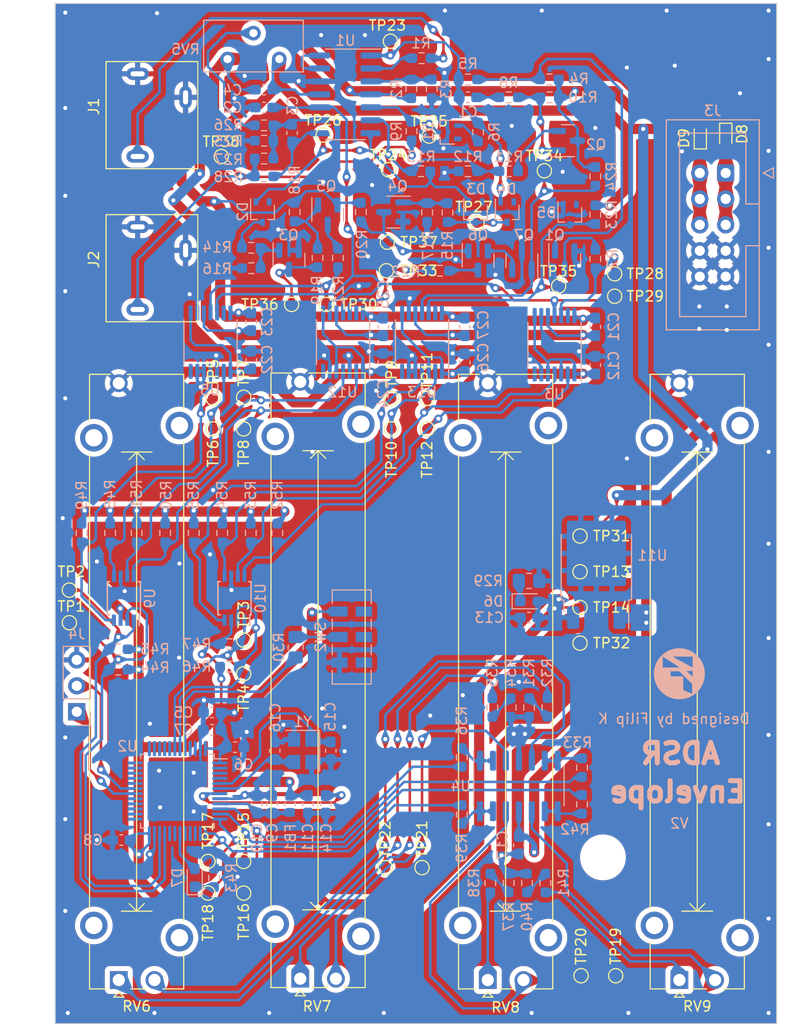
<source format=kicad_pcb>
(kicad_pcb (version 20221018) (generator pcbnew)
  (layers (0 "F.Cu" signal) (31 "B.Cu" signal) (34 "B.Paste" user) (35 "F.Paste" user) (36 "B.SilkS" user "B.Silkscreen") (37 "F.SilkS" user "F.Silkscreen") (38 "B.Mask" user) (39 "F.Mask" user) (44 "Edge.Cuts" user))
  (net 0 "")
  (net 1 "/Analog/DETECT")
  (net 2 "Net-(C1-Pad2)")
  (net 3 "GND")
  (net 4 "/Analog/Envelope")
  (net 5 "Net-(C3-Pad1)")
  (net 6 "Net-(U1C--)")
  (net 7 "+12V")
  (net 8 "-12V")
  (net 9 "+3.3V")
  (net 10 "+3.3VA")
  (net 11 "Net-(U2-NRST)")
  (net 12 "/Microcontroller/OSC_IN")
  (net 13 "/Microcontroller/OSC_OUT")
  (net 14 "Net-(D1-K)")
  (net 15 "Net-(D1-A)")
  (net 16 "Net-(D2-K)")
  (net 17 "Net-(D2-A)")
  (net 18 "Net-(D3-K)")
  (net 19 "/Analog/SUSTAIN_W")
  (net 20 "/Microcontroller/PWR_LED_K")
  (net 21 "Net-(D7-K)")
  (net 22 "Net-(D7-A)")
  (net 23 "Net-(D8-A)")
  (net 24 "Net-(D9-K)")
  (net 25 "/Analog/GATE")
  (net 26 "/Analog/OUT")
  (net 27 "Net-(Q1-B)")
  (net 28 "Net-(Q1-C)")
  (net 29 "Net-(Q2-B)")
  (net 30 "Net-(Q2-E)")
  (net 31 "Net-(Q3-B)")
  (net 32 "Net-(Q3-C)")
  (net 33 "Net-(Q4-B)")
  (net 34 "Net-(Q4-C)")
  (net 35 "Net-(Q5-B)")
  (net 36 "Net-(Q5-C)")
  (net 37 "Net-(Q6-E)")
  (net 38 "Net-(Q6-C)")
  (net 39 "/Analog/SUSTAIN_B")
  (net 40 "Net-(U1A--)")
  (net 41 "Net-(U1A-+)")
  (net 42 "Net-(U1B--)")
  (net 43 "/Analog/RELEASE_W")
  (net 44 "/Analog/ATTACK_B")
  (net 45 "Net-(R26-Pad2)")
  (net 46 "/Microcontroller/SW_BOOT0")
  (net 47 "/Microcontroller/BOOT0")
  (net 48 "Net-(R31-Pad2)")
  (net 49 "Net-(R32-Pad2)")
  (net 50 "Net-(U4A--)")
  (net 51 "/Microcontroller/ADC_ATTACK")
  (net 52 "Net-(R34-Pad2)")
  (net 53 "Net-(R35-Pad2)")
  (net 54 "Net-(U4B--)")
  (net 55 "/Microcontroller/ADC_DECAY")
  (net 56 "Net-(R37-Pad2)")
  (net 57 "Net-(R38-Pad2)")
  (net 58 "Net-(U4C--)")
  (net 59 "/Microcontroller/ADC_SUSTAIN")
  (net 60 "Net-(R40-Pad2)")
  (net 61 "Net-(R41-Pad2)")
  (net 62 "Net-(U4D--)")
  (net 63 "/Microcontroller/ADC_RELEASE")
  (net 64 "/Microcontroller/I2C1_SDA")
  (net 65 "/Microcontroller/I2C1_SCL")
  (net 66 "/Microcontroller/I2C2_SCL")
  (net 67 "/Microcontroller/I2C2_SDA")
  (net 68 "ATTACK_SCL")
  (net 69 "ATTACK_SDA")
  (net 70 "DECAY_SCL")
  (net 71 "DECAY_SDA")
  (net 72 "RELEASE_SCL")
  (net 73 "RELEASE_SDA")
  (net 74 "SUSTAIN_SCL")
  (net 75 "SUSTAIN_SDA")
  (net 76 "Net-(U4A-+)")
  (net 77 "Net-(U4B-+)")
  (net 78 "Net-(U4C-+)")
  (net 79 "Net-(U4D-+)")
  (net 80 "Net-(U1D--)")
  (net 90 "/Microcontroller/USART1_TX")
  (net 91 "/Microcontroller/USART1_RX")
  (net 98 "unconnected-(U2-PF7-Pad36)")
  (net 117 "/Analog/DECAY_W")
  (footprint "TestPoint:TestPoint_Pad_D1.0mm" (layer "F.Cu") (at 141.5 71.5)
    (fp_text reference "TP33")
    (fp_text value "TestPoint")
  )
  (footprint "TestPoint:TestPoint_Pad_D1.0mm" (layer "F.Cu") (at 132.2 74.8)
    (fp_text reference "TP36")
    (fp_text value "TestPoint")
  )
  (footprint "TestPoint:TestPoint_Pad_D1.0mm" (layer "F.Cu") (at 163.9 74)
    (fp_text reference "TP29")
    (fp_text value "TestPoint")
  )
  (footprint "Potentiometer_THT:Potentiometer_Bourns_PTA4543_Single_Slide" (layer "F.Cu") (at 170.25 141.02 90)
    (fp_text reference "RV9")
    (fp_text value "10K")
  )
  (footprint "TestPoint:TestPoint_Pad_D1.0mm" (layer "F.Cu") (at 164 140.6)
    (fp_text reference "TP19")
    (fp_text value "TestPoint")
  )
  (footprint "TestPoint:TestPoint_Pad_D1.0mm" (layer "F.Cu") (at 160.5 104.5)
    (fp_text reference "TP14")
    (fp_text value "TestPoint")
  )
  (footprint "TestPoint:TestPoint_Pad_D1.0mm" (layer "F.Cu") (at 135.3 58.2)
    (fp_text reference "TP26")
    (fp_text value "TestPoint")
  )
  (footprint "TestPoint:TestPoint_Pad_D1.0mm" (layer "F.Cu") (at 135.6 74.8)
    (fp_text reference "TP30")
    (fp_text value "TestPoint")
  )
  (footprint "TestPoint:TestPoint_Pad_D1.0mm" (layer "F.Cu") (at 160.5 108)
    (fp_text reference "TP32")
    (fp_text value "TestPoint")
  )
  (footprint "TestPoint:TestPoint_Pad_D1.0mm" (layer "F.Cu") (at 145.5 84)
    (fp_text reference "TP11")
    (fp_text value "TestPoint")
  )
  (footprint "Diode_SMD:D_SOD-523" (layer "F.Cu") (at 174.8 58.3 -90)
    (fp_text reference "D8")
    (fp_text value "BAS516")
  )
  (footprint "TestPoint:TestPoint_Pad_D1.0mm" (layer "F.Cu") (at 160.6 140.6)
    (fp_text reference "TP20")
    (fp_text value "TestPoint")
  )
  (footprint "TestPoint:TestPoint_Pad_D1.0mm" (layer "F.Cu") (at 157 61.7)
    (fp_text reference "TP34")
    (fp_text value "TestPoint")
  )
  (footprint "Diode_SMD:D_SOD-523" (layer "F.Cu") (at 172.3 58.3 90)
    (fp_text reference "D9")
    (fp_text value "BAS516")
  )
  (footprint "TestPoint:TestPoint_Pad_D1.0mm" (layer "F.Cu") (at 127.5 107.7)
    (fp_text reference "TP3")
    (fp_text value "TestPoint")
  )
  (footprint "TestPoint:TestPoint_Pad_D1.0mm" (layer "F.Cu") (at 141.4 130)
    (fp_text reference "TP22")
    (fp_text value "TestPoint")
  )
  (footprint "TestPoint:TestPoint_Pad_D1.0mm" (layer "F.Cu") (at 124 129.4)
    (fp_text reference "TP17")
    (fp_text value "TestPoint")
  )
  (footprint "Other:Jack_3.5mm_VCO" (layer "F.Cu") (at 118 70.9 90)
    (fp_text reference "J2")
    (fp_text value "AudioJack2_SwitchT")
  )
  (footprint "Potentiometer_THT:Potentiometer_Bourns_PTA4543_Single_Slide" (layer "F.Cu") (at 115.25 141.02 90)
    (fp_text reference "RV6")
    (fp_text value "10K")
  )
  (footprint "TestPoint:TestPoint_Pad_D1.0mm" (layer "F.Cu") (at 124.5 84)
    (fp_text reference "TP5")
    (fp_text value "TestPoint")
  )
  (footprint "TestPoint:TestPoint_Pad_D1.0mm" (layer "F.Cu") (at 127.5 129.4)
    (fp_text reference "TP15")
    (fp_text value "TestPoint")
  )
  (footprint "TestPoint:TestPoint_Pad_D1.0mm" (layer "F.Cu") (at 110.4 102.8)
    (fp_text reference "TP2")
    (fp_text value "TestPoint")
  )
  (footprint "TestPoint:TestPoint_Pad_D1.0mm" (layer "F.Cu") (at 158.4 73)
    (fp_text reference "TP35")
    (fp_text value "TestPoint")
  )
  (footprint "TestPoint:TestPoint_Pad_D1.0mm" (layer "F.Cu") (at 141.9 49)
    (fp_text reference "TP23")
    (fp_text value "TestPoint")
  )
  (footprint "TestPoint:TestPoint_Pad_D1.0mm" (layer "F.Cu") (at 150.4 66.8)
    (fp_text reference "TP27")
    (fp_text value "TestPoint")
  )
  (footprint "TestPoint:TestPoint_Pad_D1.0mm" (layer "F.Cu") (at 163.9 71.8)
    (fp_text reference "TP28")
    (fp_text value "TestPoint")
  )
  (footprint "TestPoint:TestPoint_Pad_D1.0mm" (layer "F.Cu") (at 142 84)
    (fp_text reference "TP9")
    (fp_text value "TestPoint")
  )
  (footprint "Potentiometer_THT:Potentiometer_Bourns_PTA4543_Single_Slide" (layer "F.Cu") (at 133.05 140.89 90)
    (fp_text reference "RV7")
    (fp_text value "10K")
  )
  (footprint "TestPoint:TestPoint_Pad_D1.0mm" (layer "F.Cu") (at 145.7 58.3)
    (fp_text reference "TP25")
    (fp_text value "TestPoint")
  )
  (footprint "TestPoint:TestPoint_Pad_D1.0mm" (layer "F.Cu") (at 141.6 68.7)
    (fp_text reference "TP37")
    (fp_text value "TestPoint")
  )
  (footprint "TestPoint:TestPoint_Pad_D1.0mm" (layer "F.Cu") (at 142 87)
    (fp_text reference "TP10")
    (fp_text value "TestPoint")
  )
  (footprint "TestPoint:TestPoint_Pad_D1.0mm" (layer "F.Cu") (at 127.5 83.9)
    (fp_text reference "TP7")
    (fp_text value "TestPoint")
  )
  (footprint "TestPoint:TestPoint_Pad_D1.0mm" (layer "F.Cu") (at 127.5 132.5)
    (fp_text reference "TP16")
    (fp_text value "TestPoint")
  )
  (footprint "TestPoint:TestPoint_Pad_D1.0mm" (layer "F.Cu") (at 145 130)
    (fp_text reference "TP21")
    (fp_text value "TestPoint")
  )
  (footprint "TestPoint:TestPoint_Pad_D1.0mm" (layer "F.Cu") (at 141.7 61.6)
    (fp_text reference "TP24")
    (fp_text value "TestPoint")
  )
  (footprint "TestPoint:TestPoint_Pad_D1.0mm" (layer "F.Cu") (at 124 132.5)
    (fp_text reference "TP18")
    (fp_text value "TestPoint")
  )
  (footprint "Other:Jack_3.5mm_VCO" (layer "F.Cu") (at 118 55.9 90)
    (fp_text reference "J1")
    (fp_text value "AudioJack2_SwitchT")
  )
  (footprint "TestPoint:TestPoint_Pad_D1.0mm" (layer "F.Cu") (at 125.3 60.3)
    (fp_text reference "TP38")
    (fp_text value "TestPoint")
  )
  (footprint "TestPoint:TestPoint_Pad_D1.0mm" (layer "F.Cu") (at 160.5 101)
    (fp_text reference "TP13")
    (fp_text value "TestPoint")
  )
  (footprint "Potentiometer_THT:Potentiometer_Bourns_PTA4543_Single_Slide" (layer "F.Cu") (at 151.45 141.02 90)
    (fp_text reference "RV8")
    (fp_text value "10K")
  )
  (footprint "MountingHole:MountingHole_4mm" (layer "F.Cu") (at 162.75 129)
    (fp_text reference "REF**" hide)
    (fp_text value "MountingHole_4mm")
  )
  (footprint "TestPoint:TestPoint_Pad_D1.0mm" (layer "F.Cu") (at 110.4 106)
    (fp_text reference "TP1")
    (fp_text value "TestPoint")
  )
  (footprint "TestPoint:TestPoint_Pad_D1.0mm" (layer "F.Cu") (at 145.5 87)
    (fp_text reference "TP12")
    (fp_text value "TestPoint")
  )
  (footprint "TestPoint:TestPoint_Pad_D1.0mm" (layer "F.Cu") (at 160.5 97.5)
    (fp_text reference "TP31")
    (fp_text value "TestPoint")
  )
  (footprint "TestPoint:TestPoint_Pad_D1.0mm" (layer "F.Cu") (at 127.5 87)
    (fp_text reference "TP8")
    (fp_text value "TestPoint")
  )
  (footprint "TestPoint:TestPoint_Pad_D1.0mm" (layer "F.Cu") (at 124.5 87)
    (fp_text reference "TP6")
    (fp_text value "TestPoint")
  )
  (footprint "TestPoint:TestPoint_Pad_D1.0mm" (layer "F.Cu") (at 127.5 111)
    (fp_text reference "TP4")
    (fp_text value "TestPoint")
  )
  (footprint "Resistor_SMD:R_0603_1608Metric_Pad0.98x0.95mm_HandSolder" (layer "B.Cu") (at 153.7 114.3125 90)
    (fp_text reference "R34")
    (fp_text value "18K")
  )
  (footprint "Resistor_SMD:R_0603_1608Metric_Pad0.98x0.95mm_HandSolder" (layer "B.Cu") (at 128.25 69.25 180)
    (fp_text reference "R14")
    (fp_text value "10K")
  )
  (footprint "Package_TO_SOT_SMD:SOT-323_SC-70" (layer "B.Cu") (at 129.35 65.75 -90)
    (fp_text reference "D2")
    (fp_text value "BAS16W")
  )
  (footprint "Resistor_SMD:R_0603_1608Metric_Pad0.98x0.95mm_HandSolder" (layer "B.Cu") (at 111.6 97.2 90)
    (fp_text reference "R49")
    (fp_text value "1K")
  )
  (footprint "Package_TO_SOT_SMD:SOT-323_SC-70" (layer "B.Cu") (at 153.35 65.75 -90)
    (fp_text reference "D4")
    (fp_text value "BAS16W")
  )
  (footprint "Capacitor_SMD:C_0603_1608Metric_Pad1.08x0.95mm_HandSolder" (layer "B.Cu") (at 128.25 80.25 -90)
    (fp_text reference "C22")
    (fp_text value "100n")
  )
  (footprint "Button_Switch_SMD:SW_DPDT_CK_JS202011JCQN" (layer "B.Cu") (at 138.1 107.4 -90)
    (fp_text reference "SW2")
    (fp_text value "SW_DPDT_x2")
  )
  (footprint "Resistor_SMD:R_0603_1608Metric_Pad0.98x0.95mm_HandSolder" (layer "B.Cu") (at 114.4 97.2 90)
    (fp_text reference "R48")
    (fp_text value "1K")
  )
  (footprint "Capacitor_SMD:C_0603_1608Metric_Pad1.08x0.95mm_HandSolder" (layer "B.Cu") (at 135.55 123.8 90)
    (fp_text reference "C14")
    (fp_text value "100n")
  )
  (footprint "Resistor_SMD:R_0603_1608Metric_Pad0.98x0.95mm_HandSolder" (layer "B.Cu") (at 115.2 108.6)
    (fp_text reference "R45")
    (fp_text value "1K")
  )
  (footprint "Resistor_SMD:R_0603_1608Metric_Pad0.98x0.95mm_HandSolder" (layer "B.Cu") (at 129.5 62.25 180)
    (fp_text reference "R28")
    (fp_text value "330R")
  )
  (footprint "Resistor_SMD:R_0603_1608Metric_Pad0.98x0.95mm_HandSolder" (layer "B.Cu") (at 150.5 57.92 90)
    (fp_text reference "R6")
    (fp_text value "10K")
  )
  (footprint "Package_TO_SOT_SMD:SOT-23" (layer "B.Cu") (at 142.1875 65.75 180)
    (fp_text reference "Q4")
    (fp_text value "BC847")
  )
  (footprint "Resistor_SMD:R_0603_1608Metric_Pad0.98x0.95mm_HandSolder" (layer "B.Cu") (at 125.4 97.2 90)
    (fp_text reference "R54")
    (fp_text value "1K")
  )
  (footprint "Capacitor_SMD:C_0603_1608Metric_Pad1.08x0.95mm_HandSolder" (layer "B.Cu") (at 162 80.75 -90)
    (fp_text reference "C12")
    (fp_text value "100n")
  )
  (footprint "Package_TO_SOT_SMD:SOT-23" (layer "B.Cu") (at 154.8 70.5 90)
    (fp_text reference "Q7")
    (fp_text value "BC857")
  )
  (footprint "Resistor_SMD:R_0603_1608Metric_Pad0.98x0.95mm_HandSolder" (layer "B.Cu") (at 160.7 120.2 -90)
    (fp_text reference "R33")
    (fp_text value "10K")
  )
  (footprint "Capacitor_SMD:C_0603_1608Metric_Pad1.08x0.95mm_HandSolder" (layer "B.Cu") (at 130.3 123.8 90)
    (fp_text reference "C9")
    (fp_text value "10n")
  )
  (footprint "Resistor_SMD:R_0603_1608Metric_Pad0.98x0.95mm_HandSolder" (layer "B.Cu") (at 136.75 70.25 -90)
    (fp_text reference "R21")
    (fp_text value "4.7K")
  )
  (footprint "Capacitor_SMD:C_0603_1608Metric_Pad1.08x0.95mm_HandSolder" (layer "B.Cu") (at 128.25 76.5 90)
    (fp_text reference "C23")
    (fp_text value "100n")
  )
  (footprint "Resistor_SMD:R_0603_1608Metric_Pad0.98x0.95mm_HandSolder" (layer "B.Cu") (at 129.5 58.75 180)
    (fp_text reference "R25")
    (fp_text value "100K")
  )
  (footprint "Resistor_SMD:R_0603_1608Metric_Pad0.98x0.95mm_HandSolder" (layer "B.Cu") (at 124.6 131 90)
    (fp_text reference "R43")
    (fp_text value "1K5")
  )
  (footprint "Resistor_SMD:R_0603_1608Metric_Pad0.98x0.95mm_HandSolder" (layer "B.Cu") (at 134.75 70.25 -90)
    (fp_text reference "R19")
    (fp_text value "10K")
  )
  (footprint "Resistor_SMD:R_0603_1608Metric_Pad0.98x0.95mm_HandSolder" (layer "B.Cu") (at 153.5 54.5 180)
    (fp_text reference "R8")
    (fp_text value "10K")
  )
  (footprint "Capacitor_SMD:C_0603_1608Metric_Pad1.08x0.95mm_HandSolder" (layer "B.Cu") (at 136.05 118.55 -90)
    (fp_text reference "C15")
    (fp_text value "10p")
  )
  (footprint "Capacitor_SMD:C_0603_1608Metric_Pad1.08x0.95mm_HandSolder" (layer "B.Cu") (at 130.55 118.55 90)
    (fp_text reference "C16")
    (fp_text value "10p")
  )
  (footprint "Capacitor_SMD:C_0603_1608Metric_Pad1.08x0.95mm_HandSolder" (layer "B.Cu") (at 128.8 123.8 90)
    (fp_text reference "C10")
    (fp_text value "1u")
  )
  (footprint "Resistor_SMD:R_0603_1608Metric_Pad0.98x0.95mm_HandSolder" (layer "B.Cu") (at 117 97.2 90)
    (fp_text reference "R51")
    (fp_text value "1K")
  )
  (footprint "Resistor_SMD:R_0805_2012Metric_Pad1.20x1.40mm_HandSolder" (layer "B.Cu") (at 155.5 101.9 180)
    (fp_text reference "R29")
    (fp_text value "1K5")
  )
  (footprint "Resistor_SMD:R_0603_1608Metric_Pad0.98x0.95mm_HandSolder" (layer "B.Cu") (at 139 65.75 -90)
    (fp_text reference "R20")
    (fp_text value "10K")
  )
  (footprint "Package_TO_SOT_SMD:SOT-323_SC-70" (layer "B.Cu") (at 147.5 57.92 180)
    (fp_text reference "D1")
    (fp_text value "BAS16W")
  )
  (footprint "Package_SO:TSSOP-14_4.4x5mm_P0.65mm" (layer "B.Cu") (at 137.25 78.5 90)
    (fp_text reference "U12")
    (fp_text value "MCP45HV31-ST")
  )
  (footprint "Package_SO:TSSOP-8_3x3mm_P0.65mm" (layer "B.Cu") (at 115.75 103.6 90)
    (fp_text reference "U9")
    (fp_text value "~")
  )
  (footprint "Resistor_SMD:R_0603_1608Metric_Pad0.98x0.95mm_HandSolder" (layer "B.Cu") (at 119.8 97.2 90)
    (fp_text reference "R50")
    (fp_text value "1K")
  )
  (footprint "Resistor_SMD:R_0603_1608Metric_Pad0.98x0.95mm_HandSolder" (layer "B.Cu") (at 126.1 108.1 180)
    (fp_text reference "R47")
    (fp_text value "1K")
  )
  (footprint "Resistor_SMD:R_0603_1608Metric_Pad0.98x0.95mm_HandSolder" (layer "B.Cu") (at 162 66 90)
    (fp_text reference "R23")
    (fp_text value "10K")
  )
  (footprint "Package_SO:TSSOP-8_3x3mm_P0.65mm" (layer "B.Cu") (at 126.6 103.6 90)
    (fp_text reference "U10")
    (fp_text value "~")
  )
  (footprint "Capacitor_SMD:C_0603_1608Metric_Pad1.08x0.95mm_HandSolder" (layer "B.Cu") (at 154.5 127.8 90)
    (fp_text reference "C17")
    (fp_text value "100nF")
  )
  (footprint "Resistor_SMD:R_0805_2012Metric_Pad1.20x1.40mm_HandSolder" (layer "B.Cu") (at 132.6 108.4 -90)
    (fp_text reference "R30")
    (fp_text value "10K")
  )
  (footprint "Resistor_SMD:R_0603_1608Metric_Pad0.98x0.95mm_HandSolder" (layer "B.Cu") (at 148.9 124.8 90)
    (fp_text reference "R39")
    (fp_text value "10K")
  )
  (footprint "Capacitor_SMD:C_0603_1608Metric_Pad1.08x0.95mm_HandSolder" (layer "B.Cu") (at 141.2 77 90)
    (fp_text reference "C25")
    (fp_text value "100n")
  )
  (footprint "LED_SMD:LED_0603_1608Metric_Pad1.05x0.95mm_HandSolder" (layer "B.Cu") (at 155.5 103.9)
    (fp_text reference "D6")
    (fp_text value "RED LED")
  )
  (footprint "Resistor_SMD:R_0603_1608Metric_Pad0.98x0.95mm_HandSolder" (layer "B.Cu") (at 157.3 114.2875 90)
    (fp_text reference "R32")
    (fp_text value "10K")
  )
  (footprint "Resistor_SMD:R_0603_1608Metric_Pad0.98x0.95mm_HandSolder" (layer "B.Cu") (at 151.7 131.5125 -90)
    (fp_text reference "R38")
    (fp_text value "10K")
  )
  (footprint "Capacitor_SMD:C_0603_1608Metric_Pad1.08x0.95mm_HandSolder" (layer "B.Cu") (at 129.5 55.5)
    (fp_text reference "C2")
    (fp_text value "2.2uF")
  )
  (footprint "Resistor_SMD:R_0603_1608Metric_Pad0.98x0.95mm_HandSolder" (layer "B.Cu") (at 149.5 61.75 180)
    (fp_text reference "R12")
    (fp_text value "62K")
  )
  (footprint "Connector_IDC:IDC-Header_2x05_P2.54mm_Vertical" (layer "B.Cu") (at 174.79 61.92 180)
    (fp_text reference "J3")
    (fp_text value "Conn_02x05_Odd_Even")
  )
  (footprint "Package_QFP:LQFP-48_7x7mm_P0.5mm" (layer "B.Cu") (at 121 122.5 180)
    (fp_text reference "U2")
    (fp_text value "STM32F030C8Tx")
  )
  (footprint "Capacitor_SMD:C_0603_1608Metric_Pad1.08x0.95mm_HandSolder" (layer "B.Cu") (at 132.25 58 90)
    (fp_text reference "C3")
    (fp_text value "47pF")
  )
  (footprint "Resistor_SMD:R_0603_1608Metric_Pad0.98x0.95mm_HandSolder" (layer "B.Cu") (at 155.3 131.5125 -90)
    (fp_text reference "R40")
    (fp_text value "18K")
  )
  (footprint "Capacitor_SMD:C_0603_1608Metric_Pad1.08x0.95mm_HandSolder" (layer "B.Cu") (at 141.2 80.47381 -90)
    (fp_text reference "C24")
    (fp_text value "100n")
  )
  (footprint "Resistor_SMD:R_0603_1608Metric_Pad0.98x0.95mm_HandSolder" (layer "B.Cu") (at 148.9 119.2 -90)
    (fp_text reference "R36")
    (fp_text value "10K")
  )
  (footprint "Resistor_SMD:R_0603_1608Metric_Pad0.98x0.95mm_HandSolder" (layer "B.Cu") (at 130.8 97.2 90)
    (fp_text reference "R52")
    (fp_text value "1K")
  )
  (footprint "Resistor_SMD:R_0603_1608Metric_Pad0.98x0.95mm_HandSolder" (layer "B.Cu") (at 143.95 53.67 -90)
    (fp_text reference "R2")
    (fp_text value "100K")
  )
  (footprint "Resistor_SMD:R_0603_1608Metric_Pad0.98x0.95mm_HandSolder" (layer "B.Cu") (at 126.1 110.3 180)
    (fp_text reference "R46")
    (fp_text value "1K")
  )
  (footprint "Crystal:Crystal_SMD_3225-4Pin_3.2x2.5mm" (layer "B.Cu") (at 133.3 118.55 -90)
    (fp_text reference "Y1")
    (fp_text value "16MHz")
  )
  (footprint "Resistor_SMD:R_0603_1608Metric_Pad0.98x0.95mm_HandSolder" (layer "B.Cu") (at 122.6 97.2 90)
    (fp_text reference "R55")
    (fp_text value "1K")
  )
  (footprint "Package_SO:TSSOP-14_4.4x5mm_P0.65mm" (layer "B.Cu") (at 124.25 78.5 90)
    (fp_text reference "U5")
    (fp_text value "MCP45HV31-ST")
  )
  (footprint "Package_TO_SOT_SMD:SOT-23" (layer "B.Cu") (at 159 70.5 -90)
    (fp_text reference "Q1")
    (fp_text value "BC847")
  )
  (footprint "Resistor_SMD:R_0603_1608Metric_Pad0.98x0.95mm_HandSolder" (layer "B.Cu") (at 146.75 71.5)
    (fp_text reference "R22")
    (fp_text value "1K")
  )
  (footprint "Inductor_SMD:L_0603_1608Metric" (layer "B.Cu") (at 132.05 123.8 90)
    (fp_text reference "FB1")
    (fp_text value "FerriteBead")
  )
  (footprint "Capacitor_SMD:C_0603_1608Metric_Pad1.08x0.95mm_HandSolder" (layer "B.Cu") (at 124.4 116.5 180)
    (fp_text reference "C7")
    (fp_text value "100n")
  )
  (footprint "Resistor_SMD:R_0603_1608Metric_Pad0.98x0.95mm_HandSolder" (layer "B.Cu") (at 143.975 57.8125 90)
    (fp_text reference "R9")
    (fp_text value "100K")
  )
  (footprint "Resistor_SMD:R_0603_1608Metric_Pad0.98x0.95mm_HandSolder" (layer "B.Cu") (at 145.5 65.7875 -90)
    (fp_text reference "R17")
    (fp_text value "10K")
  )
  (footprint "Capacitor_SMD:C_0603_1608Metric_Pad1.08x0.95mm_HandSolder" (layer "B.Cu") (at 126.6625 118.2)
    (fp_text reference "C6")
    (fp_text value "100n")
  )
  (footprint "Resistor_SMD:R_0603_1608Metric_Pad0.98x0.95mm_HandSolder" (layer "B.Cu") (at 160.7 123.8 90)
    (fp_text reference "R42")
    (fp_text value "10K")
  )
  (footprint "Resistor_SMD:R_0603_1608Metric_Pad0.98x0.95mm_HandSolder" (layer "B.Cu") (at 115.2 110.6)
    (fp_text reference "R44")
    (fp_text value "1K")
  )
  (footprint "Package_TO_SOT_SMD:SOT-323_SC-70" (layer "B.Cu") (at 159.5 66 -90)
    (fp_text reference "D5")
    (fp_text value "BAS16W")
  )
  (footprint "Capacitor_SMD:C_0603_1608Metric_Pad1.08x0.95mm_HandSolder" (layer "B.Cu") (at 129.5 53.75)
    (fp_text reference "C4")
    (fp_text value "100nF")
  )
  (footprint "Capacitor_SMD:C_0603_1608Metric_Pad1.08x0.95mm_HandSolder" (layer "B.Cu") (at 115.5 127.3 180)
    (fp_text reference "C8")
    (fp_text value "100n")
  )
  (footprint "Capacitor_SMD:C_0603_1608Metric_Pad1.08x0.95mm_HandSolder" (layer "B.Cu") (at 155.5 105.5 180)
    (fp_text reference "C13")
    (fp_text value "1u")
  )
  (footprint "Potentiometer_THT:Potentiometer_Bourns_3296Y_Vertical" (layer "B.Cu") (at 131 50.75)
    (fp_text reference "RV5")
    (fp_text value "R_Potentiometer")
  )
  (footprint "Package_TO_SOT_SMD:SOT-23" (layer "B.Cu") (at 159.3125 58.75)
    (fp_text reference "Q2")
    (fp_text value "BC857")
  )
  (footprint "Package_TO_SOT_SMD:SOT-323_SC-70" (layer "B.Cu") (at 150.25 65.75 -90)
    (fp_text reference "D3")
    (fp_text value "BAS16W")
  )
  (footprint "Package_SO:SOIC-14_3.9x8.7mm_P1.27mm" (layer "B.Cu") (at 137.475 54.21 180)
    (fp_text reference "U1")
    (fp_text value "TL074")
  )
  (footprint "Resistor_SMD:R_0603_1608Metric_Pad0.98x0.95mm_HandSolder" (layer "B.Cu") (at 129.5 57.25 180)
    (fp_text reference "R26")
    (fp_text value "100K")
  )
  (footprint "Package_SO:TSSOP-14_4.4x5mm_P0.65mm" (layer "B.Cu") (at 145 78.5 90)
    (fp_text reference "U13")
    (fp_text value "MCP45HV31-ST")
  )
  (footprint "Resistor_SMD:R_0603_1608Metric_Pad0.98x0.95mm_HandSolder" (layer "B.Cu") (at 162 62.25 -90)
    (fp_text reference "R24")
    (fp_text value "270K")
  )
  (footprint "Resistor_SMD:R_0603_1608Metric_Pad0.98x0.95mm_HandSolder" (layer "B.Cu") (at 157.1 131.5125 -90)
    (fp_text reference "R41")
    (fp_text value "10K")
  )
  (footprint "Resistor_SMD:R_0603_1608Metric_Pad0.98x0.95mm_HandSolder" (layer "B.Cu") (at 144.9 61.75 180)
    (fp_text reference "R13")
    (fp_text value "75K")
  )
  (footprint "Resistor_SMD:R_0603_1608Metric_Pad0.98x0.95mm_HandSolder" (layer "B.Cu") (at 129.5 60.5 180)
    (fp_text reference "R27")
    (fp_text value "10K")
  )
  (footprint "Connector_PinSocket_2.54mm:PinSocket_1x03_P2.54mm_Vertical" (layer "B.Cu") (at 111.125 114.725)
    (fp_text reference "J4")
    (fp_text value "Conn_01x03_Socket")
  )
  (footprint "Package_TO_SOT_SMD:SOT-23" (layer "B.Cu") (at 131.95 70.4375 -90)
    (fp_text reference "Q3")
    (fp_text value "BC847")
  )
  (footprint "Resistor_SMD:R_0603_1608Metric_Pad0.98x0.95mm_HandSolder" (layer "B.Cu") (at 155.5 114.3125 90)
    (fp_text reference "R31")
    (fp_text value "18K")
  )
  (footprint "Resistor_SMD:R_0603_1608Metric_Pad0.98x0.95mm_HandSolder" (layer "B.Cu") (at 153.5 61.75 180)
    (fp_text reference "R11")
    (fp_text value "10K")
  )
  (footprint "Package_TO_SOT_SMD:SOT-23" (layer "B.Cu") (at 150.5 70.5 -90)
    (fp_text reference "Q6")
    (fp_text value "BC847")
  )
  (footprint "Package_SO:TSSOP-14_4.4x5mm_P0.65mm" (layer "B.Cu") (at 158 78.75 90)
    (fp_text reference "U3")
    (fp_text value "MCP45HV31-ST")
  )
  (footprint "Resistor_SMD:R_0603_1608Metric_Pad0.98x0.95mm_HandSolder" (layer "B.Cu") (at 144.95 50.67)
    (fp_text reference "R1")
    (fp_text value "10K")
  )
  (footprint "Capacitor_SMD:C_0603_1608Metric_Pad1.08x0.95mm_HandSolder" (layer "B.Cu") (at 162 77 90)
    (fp_text reference "C21")
    (fp_text value "100n")
  )
  (footprint "Package_TO_SOT_SMD:TO-252-2" (layer "B.Cu") (at 162.1 100.46 90)
    (fp_text reference "U11")
    (fp_text value "LP2950-3.3_TO252")
  )
  (footprint "Capacitor_SMD:C_0603_1608Metric_Pad1.08x0.95mm_HandSolder" (layer "B.Cu") (at 149.2 77 90)
    (fp_text reference "C27")
    (fp_text value "100n")
  )
  (footprint "Package_SO:SOIC-14_3.9x8.7mm_P1.27mm" (layer "B.Cu") (at 154.5 122 -90)
    (fp_text reference "U4")
    (fp_text value "TL074")
  )
  (footprint "Resistor_SMD:R_0603_1608Metric_Pad0.98x0.95mm_HandSolder" (layer "B.Cu") (at 151.9 114.3125 90)
    (fp_text reference "R35")
    (fp_text value "10K")
  )
  (footprint "Package_TO_SOT_SMD:SOT-23" (layer "B.Cu") (at 135.75 66 -90)
    (fp_text reference "Q5")
    (fp_text value "BC857")
  )
  (footprint "Capacitor_SMD:C_0603_1608Metric_Pad1.08x0.95mm_HandSolder" (layer "B.Cu") (at 124.4125 114.8 180)
    (fp_text reference "C5")
    (fp_text value "10u")
  )
  (footprint "Resistor_SMD:R_0603_1608Metric_Pad0.98x0.95mm_HandSolder" (layer "B.Cu") (at 149.5 52.75)
    (fp_text reference "R5")
    (fp_text value "10K")
  )
  (footprint "Resistor_SMD:R_0603_1608Metric_Pad0.98x0.95mm_HandSolder" (layer "B.Cu") (at 128.2 97.2 90)
    (fp_text reference "R53")
    (fp_text value "1K")
  )
  (footprint "Resistor_SMD:R_0603_1608Metric_Pad0.98x0.95mm_HandSolder" (layer "B.Cu") (at 162 70.3375 -90)
    (fp_text reference "R7")
    (fp_text value "10K")
  )
  (footprint "Capacitor_SMD:C_0603_1608Metric_Pad1.08x0.95mm_HandSolder" (layer "B.Cu") (at 133.8 123.8 -90)
    (fp_text reference "C11")
    (fp_text value "1u")
  )
  (footprint "Resistor_SMD:R_0603_1608Metric_Pad0.98x0.95mm_HandSolder" (layer "B.Cu") (at 153.5 131.5 -90)
    (fp_text reference "R37")
    (fp_text value "18K")
  )
  (footprint "Resistor_SMD:R_0603_1608Metric_Pad0.98x0.95mm_HandSolder" (layer "B.Cu") (at 147.5 65.8 -90)
    (fp_text reference "R15")
    (fp_text value "10K")
  )
  (footprint "Resistor_SMD:R_0603_1608Metric_Pad0.98x0.95mm_HandSolder" (layer "B.Cu") (at 132.5 65.75 -90)
    (fp_text reference "R18")
    (fp_text value "10K")
  )
  (footprint "Capacitor_SMD:C_0603_1608Metric_Pad1.08x0.95mm_HandSolder" (layer "B.Cu") (at 149.2 80.5 -90)
    (fp_text reference "C26")
    (fp_text value "100n")
  )
  (footprint "Resistor_SMD:R_0603_1608Metric_Pad0.98x0.95mm_HandSolder" (layer "B.Cu") (at 157.5125 54.5)
    (fp_text reference "R10")
    (fp_text value "100K")
  )
  (footprint "Resistor_SMD:R_0603_1608Metric_Pad0.98x0.95mm_HandSolder" (layer "B.Cu") (at 157.5 52.75)
    (fp_text reference "R4")
    (fp_text value "10K")
  )
  (footprint "Resistor_SMD:R_0603_1608Metric_Pad0.98x0.95mm_HandSolder" (layer "B.Cu") (at 145.95 53.67 90)
    (fp_text reference "R3")
    (fp_text value "15K")
  )
  (footprint "Resistor_SMD:R_0603_1608Metric_Pad0.98x0.95mm_HandSolder" (layer "B.Cu") (at 128.25 71.25 180)
    (fp_text reference "R16")
    (fp_text value "10K")
  )
  (footprint "LOGO" (layer "B.Cu") (at 170.25 111 180)
    (fp_text reference "G***" hide)
    (fp_text value "LOGO" hide)
  )
  (footprint "LED_SMD:LED_0603_1608Metric_Pad1.05x0.95mm_HandSolder" (layer "B.Cu") (at 122.7 131 90)
    (fp_text reference "D7")
    (fp_text value "RED LED")
  )
  (footprint "Capacitor_SMD:C_0603_1608Metric_Pad1.08x0.95mm_HandSolder" (layer "B.Cu") (at 149.5 54.5)
    (fp_text reference "C1")
    (fp_text value "10n")
  )
  (gr_line (start 109 45.3) (end 179.8 45.3) (stroke (width 0.1)) (layer "Edge.Cuts"))
  (gr_line (start 179.8 45.3) (end 179.8 145.3) (stroke (width 0.1)) (layer "Edge.Cuts"))
  (gr_line (start 179.8 145.3) (end 109 145.3) (stroke (width 0.1)) (layer "Edge.Cuts"))
  (gr_line (start 109 145.3) (end 109 45.3) (stroke (width 0.1)) (layer "Edge.Cuts"))
  (gr_text "Envelope" (at 177 123.75) (layer "B.SilkS") (effects (font (size 2 2) (thickness 0.5) bold) (justify left bottom mirror)))
  (gr_text "V2" (at 171.25 126.25) (layer "B.SilkS") (effects (font (size 1 1) (thickness 0.15) bold) (justify left bottom mirror)))
  (gr_text "ADSR" (at 174.5 120) (layer "B.SilkS") (effects (font (size 2 2) (thickness 0.5) bold) (justify left bottom mirror)))
  (gr_text "Designed by Filip K" (at 177.25 116) (layer "B.SilkS") (effects (font (size 1 1) (thickness 0.15) bold) (justify left bottom mirror)))
  (segment (start 141.9 49) (end 141.9 50.4) (width 0.25) (layer "F.Cu") (net 1))
  (segment (start 152.7 60.5) (end 152.7 63.4) (width 0.25) (layer "F.Cu") (net 1))
  (via (at 152.7 60.5) (size 0.8) (drill 0.4) (layers "F.Cu" "B.Cu") (net 1))
  (via (at 141.9 50.4) (size 0.8) (drill 0.4) (layers "F.Cu" "B.Cu") (net 1))
  (via (at 152.7 63.4) (size 0.8) (drill 0.4) (layers "F.Cu" "B.Cu") (net 1))
  (segment (start 148.5875 50.4875) (end 148.5875 52.75) (width 0.25) (layer "B.Cu") (net 1))
  (segment (start 142 50.4) (end 143.3 49.1) (width 0.25) (layer "B.Cu") (net 1))
  (segment (start 148.5875 52.75) (end 148.5875 54.45) (width 0.25) (layer "B.Cu") (net 1))
  (segment (start 148.5875 54.45) (end 148.6375 54.5) (width 0.25) (layer "B.Cu") (net 1))
  (segment (start 147.2 49.1) (end 148.5875 50.4875) (width 0.25) (layer "B.Cu") (net 1))
  (segment (start 148.6375 55.145) (end 150.5 57.0075) (width 0.25) (layer "B.Cu") (net 1))
  (segment (start 152.7 63.4) (end 152.7 64.75) (width 0.25) (layer "B.Cu") (net 1))
  (segment (start 150.5 57.0075) (end 152.7 59.2075) (width 0.25) (layer "B.Cu") (net 1))
  (segment (start 143.3 49.1) (end 147.2 49.1) (width 0.25) (layer "B.Cu") (net 1))
  (segment (start 152.7 59.2075) (end 152.7 60.5) (width 0.25) (layer "B.Cu") (net 1))
  (segment (start 148.6375 54.5) (end 148.6375 55.145) (width 0.25) (layer "B.Cu") (net 1))
  (segment (start 139.95 50.4) (end 142 50.4) (width 0.25) (layer "B.Cu") (net 1))
  (segment (start 152.5875 54.5) (end 150.3625 54.5) (width 0.25) (layer "B.Cu") (net 2))
  (segment (start 126.6 53.4) (end 127.6 52.4) (width 0.25) (layer "F.Cu") (net 3))
  (segment (start 126.6 54.6) (end 126.6 53.4) (width 0.25) (layer "F.Cu") (net 3))
  (via (at 110.25 144.25) (size 0.8) (drill 0.4) (layers "F.Cu" "B.Cu") (net 3))
  (via (at 124.8 79.8) (size 0.8) (drill 0.4) (layers "F.Cu" "B.Cu") (net 3))
  (via (at 170.5 59.8) (size 0.8) (drill 0.4) (layers "F.Cu" "B.Cu") (net 3))
  (via (at 140.5 83.25) (size 0.8) (drill 0.4) (layers "F.Cu" "B.Cu") (net 3))
  (via (at 122.6 124.5) (size 0.8) (drill 0.4) (layers "F.Cu" "B.Cu") (net 3))
  (via (at 179 144.25) (size 0.8) (drill 0.4) (layers "F.Cu" "B.Cu") (net 3))
  (via (at 149 113.1) (size 0.8) (drill 0.4) (layers "F.Cu" "B.Cu") (net 3))
  (via (at 147.2 61.9) (size 0.8) (drill 0.4) (layers "F.Cu" "B.Cu") (net 3))
  (via (at 179 98.25) (size 0.8) (drill 0.4) (layers "F.Cu" "B.Cu") (net 3))
  (via (at 179 117) (size 0.8) (drill 0.4) (layers "F.Cu" "B.Cu") (net 3))
  (via (at 124.2 99.3) (size 0.8) (drill 0.4) (layers "F.Cu" "B.Cu") (net 3))
  (via (at 179 89.25) (size 0.8) (drill 0.4) (layers "F.Cu" "B.Cu") (net 3))
  (via (at 139.7 70.1) (size 0.8) (drill 0.4) (layers "F.Cu" "B.Cu") (net 3))
  (via (at 143.8 74.2) (size 0.8) (drill 0.4) (layers "F.Cu" "B.Cu") (net 3))
  (via (at 110 117.25) (size 0.8) (drill 0.4) (layers "F.Cu" "B.Cu") (net 3))
  (via (at 179 46) (size 0.8) (drill 0.4) (layers "F.Cu" "B.Cu") (net 3))
  (via (at 126.9 130.9) (size 0.8) (drill 0.4) (layers "F.Cu" "B.Cu") (net 3))
  (via (at 135.3 62.8) (size 0.8) (drill 0.4) (layers "F.Cu" "B.Cu") (net 3))
  (via (at 119 46.25) (size 0.8) (drill 0.4) (layers "F.Cu" "B.Cu") (net 3))
  (via (at 126.3 102.8) (size 0.8) (drill 0.4) (layers "F.Cu" "B.Cu") (net 3))
  (via (at 160.4 79.4) (size 0.8) (drill 0.4) (layers "F.Cu" "B.Cu") (net 3))
  (via (at 137.381749 116.210157) (size 0.8) (drill 0.4) (layers "F.Cu" "B.Cu") (net 3))
  (via (at 154.7 68.2) (size 0.8) (drill 0.4) (layers "F.Cu" "B.Cu") (net 3))
  (via (at 179 107.5) (size 0.8) (drill 0.4) (layers "F.Cu" "B.Cu") (net 3))
  (via (at 121.16434 109.421245) (size 0.8) (drill 0.4) (layers "F.Cu" "B.Cu") (net 3))
  (via (at 179 69.25) (size 0.8) (drill 0.4) (layers "F.Cu" "B.Cu") (net 3))
  (via (at 132.9 52.9) (size 0.8) (drill 0.4) (layers "F.Cu" "B.Cu") (net 3))
  (via (at 144 79.8) (size 0.8) (drill 0.4) (layers "F.Cu" "B.Cu") (net 3))
  (via (at 179 59.75) (size 0.8) (drill 0.4) (layers "F.Cu" "B.Cu") (net 3))
  (via (at 141.25 144.25) (size 0.8) (drill 0.4) (layers "F.Cu" "B.Cu") (net 3))
  (via (at 110 64.149503) (size 0.8) (drill 0.4) (layers "F.Cu" "B.Cu") (net 3))
  (via (at 160.4 71) (size 0.8) (drill 0.4) (layers "F.Cu" "B.Cu") (net 3))
  (via (at 147.25 46) (size 0.8) (drill 0.4) (layers "F.Cu" "B.Cu") (net 3))
  (via (at 145.5 67.9) (size 0.8) (drill 0.4) (layers "F.Cu" "B.Cu") (net 3))
  (via (at 179 135) (size 0.8) (drill 0.4) (layers "F.Cu" "B.Cu") (net 3))
  (via (at 134.25 89.25) (size 0.8) (drill 0.4) (layers "F.Cu" "B.Cu") (net 3))
  (via (at 110 125.25) (size 0.8) (drill 0.4) (layers "F.Cu" "B.Cu") (net 3))
  (via (at 131.4 116) (size 0.8) (drill 0.4) (layers "F.Cu" "B.Cu") (net 3))
  (via (at 127.8 116.7) (size 0.8) (drill 0.4) (layers "F.Cu" "B.Cu") (net 3))
  (via (at 118.3 115.9) (size 0.8) (drill 0.4) (layers "F.Cu" "B.Cu") (net 3))
  (via (at 122.6 120.7) (size 0.8) (drill 0.4) (layers "F.Cu" "B.Cu") (net 3))
  (via (at 165.25 144.25) (size 0.8) (drill 0.4) (layers "F.Cu" "B.Cu") (net 3))
  (via (at 157.7 65.7) (size 0.8) (drill 0.4) (layers "F.Cu" "B.Cu") (net 3))
  (via (at 119.2 120.5) (size 0.8) (drill 0.4) (layers "F.Cu" "B.Cu") (net 3))
  (via (at 158.8 61.8) (size 0.8) (drill 0.4) (layers "F.Cu" "B.Cu") (net 3))
  (via (at 110 55.550497) (size 0.8) (drill 0.4) (layers "F.Cu" "B.Cu") (net 3))
  (via (at 113.1 127.3) (size 0.8) (drill 0.4) (layers "F.Cu" "B.Cu") (net 3))
  (via (at 155.75 144.25) (size 0.8) (drill 0.4) (layers "F.Cu" "B.Cu") (net 3))
  (via (at 137.8 79.8) (size 0.8) (drill 0.4) (layers "F.Cu" "B.Cu") (net 3))
  (via (at 179 78.75) (size 0.8) (drill 0.4) (layers "F.Cu" "B.Cu") (net 3))
  (via (at 122.2 73.8) (size 0.8) (drill 0.4) (layers "F.Cu" "B.Cu") (net 3))
  (via (at 135.2 114.4) (size 0.8) (drill 0.4) (layers "F.Cu" "B.Cu") (net 3))
  (via (at 176.2 54.1) (size 0.8) (drill 0.4) (layers "F.Cu" "B.Cu") (net 3))
  (via (at 118.3 128.7) (size 0.8) (drill 0.4) (layers "F.Cu" "B.Cu") (net 3))
  (via (at 137.4 118.6) (size 0.8) (drill 0.4) (layers "F.Cu" "B.Cu") (net 3))
  (via (at 147.2 52.1) (size 0.8) (drill 0.4) (layers "F.Cu" "B.Cu") (net 3))
  (via (at 153.8 57.3) (size 0.8) (drill 0.4) (layers "F.Cu" "B.Cu") (net 3))
  (via (at 118.75 144.25) (size 0.8) (drill 0.4) (layers "F.Cu" "B.Cu") (net 3))
  (via (at 135.1 48.4) (size 0.8) (drill 0.4) (layers "F.Cu" "B.Cu") (net 3))
  (via (at 156.75 46) (size 0.8) (drill 0.4) (layers "F.Cu" "B.Cu") (net 3))
  (via (at 127.6 52.4) (size 0.8) (drill 0.4) (layers "F.Cu" "B.Cu") (net 3))
  (via (at 165.1 89.9) (size 0.8) (drill 0.4) (layers "F.Cu" "B.Cu") (net 3))
  (via (at 172.2 75) (size 0.8) (drill 0.4) (layers "F.Cu" "B.Cu") (net 3))
  (via (at 109.75 95.75) (size 0.8) (drill 0.4) (layers "F.Cu" "B.Cu") (net 3))
  (via (at 165.096461 51.588823) (size 0.8) (drill 0.4) (layers "F.Cu" "B.Cu") (net 3))
  (via (at 139.4 48.4) (size 0.8) (drill 0.4) (layers "F.Cu" "B.Cu") (net 3))
  (via (at 172.2 77.2) (size 0.8) (drill 0.4) (layers "F.Cu" "B.Cu") (net 3))
  (via (at 113.1 100) (size 0.8) (drill 0.4) (layers "F.Cu" "B.Cu") (net 3))
  (via (at 169 46) (size 0.8) (drill 0.4) (layers "F.Cu" "B.Cu") (net 3))
  (via (at 135.4 79.8) (size 0.8) (drill 0.4) (layers "F.Cu" "B.Cu") (net 3))
  (via (at 140.1 63.1) (size 0.8) (drill 0.4) (layers "F.Cu" "B.Cu") (net 3))
  (via (at 174.9 75) (size 0.8) (drill 0.4) (layers "F.Cu" "B.Cu") (net 3))
  (via (at 110 134.25) (size 0.8) (drill 0.4) (layers "F.Cu" "B.Cu") (net 3))
  (via (at 147.1 59.5) (size 0.8) (drill 0.4) (layers "F.Cu" "B.Cu") (net 3))
  (via (at 139.8 79.4) (size 0.8) (drill 0.4) (layers "F.Cu" "B.Cu") (net 3))
  (via (at 138.8 73) (size 0.8) (drill 0.4) (layers "F.Cu" "B.Cu") (net 3))
  (via (at 145.8 115.1) (size 0.8) (drill 0.4) (layers "F.Cu" "B.Cu") (net 3))
  (via (at 179 125.75) (size 0.8) (drill 0.4) (layers "F.Cu" "B.Cu") (net 3))
  (via (at 130.891211 67.454626) (size 0.8) (drill 0.4) (layers "F.Cu" "B.Cu") (net 3))
  (via (at 115.832812 102.902634) (size 0.8) (drill 0.4) (layers "F.Cu" "B.Cu") (net 3))
  (via (at 148.3 70.4) (size 0.8) (drill 0.4) (layers "F.Cu" "B.Cu") (net 3))
  (via (at 110 73.5) (size 0.8) (drill 0.4) (layers "F.Cu" "B.Cu") (net 3))
  (via (at 124.5 93) (size 0.8) (drill 0.4) (layers "F.Cu" "B.Cu") (net 3))
  (via (at 155.6 80.2) (size 0.8) (drill 0.4) (layers "F.Cu" "B.Cu") (net 3))
  (via (at 169.8 51.4) (size 0.8) (drill 0.4) (layers "F.Cu" "B.Cu") (net 3))
  (via (at 179 50.75) (size 0.8) (drill 0.4) (layers "F.Cu" "B.Cu") (net 3))
  (via (at 123.6 113.6) (size 0.8) (drill 0.4) (layers "F.Cu" "B.Cu") (net 3))
  (via (at 130 144.25) (size 0.8) (drill 0.4) (layers "F.Cu" "B.Cu") (net 3))
  (via (at 110 84) (size 0.8) (drill 0.4) (layers "F.Cu" "B.Cu") (net 3))
  (via (at 148 79.6) (size 0.8) (drill 0.4) (layers "F.Cu" "B.Cu") (net 3))
  (via (at 154.5 111.8) (size 0.8) (drill 0.4) (layers "F.Cu" "B.Cu") (net 3))
  (via (at 127.029696 79.394307) (size 0.8) (drill 0.4) (layers "F.Cu" "B.Cu") (net 3))
  (via (at 162 57.5) (size 0.8) (drill 0.4) (layers "F.Cu" "B.Cu") (net 3))
  (via (at 119.300615 124.092943) (size 0.8) (drill 0.4) (layers "F.Cu" "B.Cu") (net 3))
  (via (at 174.9 77.3) (size 0.8) (drill 0.4) (layers "F.Cu" "B.Cu") (net 3))
  (via (at 126.6 54.6) (size 0.8) (drill 0.4) (layers "F.Cu" "B.Cu") (net 3))
  (via (at 121.2 100.2) (size 0.8) (drill 0.4) (layers "F.Cu" "B.Cu") (net 3))
  (via (at 110 46.2) (size 0.8) (drill 0.4) (layers "F.Cu" "B.Cu") (net 3))
  (via (at 123.287701 82.887701) (size 0.8) (drill 0.4) (layers "F.Cu" "B.Cu") (net 3))
  (via (at 152.2 71.9) (size 0.8) (drill 0.4) (layers "F.Cu" "B.Cu") (net 3))
  (via (at 127.6 122.9) (size 0.8) (drill 0.4) (layers "F.Cu" "B.Cu") (net 3))
  (segment (start 136.2 74.4) (end 135.95 74.65) (width 0.25) (layer "B.Cu") (net 3))
  (segment (start 123.55 114.8) (end 123.55 113.65) (width 0.25) (layer "B.Cu") (net 3))
  (segment (start 162 79.8875) (end 160.8875 79.8875) (width 0.25) (layer "B.Cu") (net 3))
  (segment (start 135 52.94) (end 132.84 52.94) (width 0.25) (layer "B.Cu") (net 3))
  (segment (start 158.85 65) (end 158.4 65) (width 0.25) (layer "B.Cu") (net 3))
  (segment (start 141 79.61131) (end 140.01131 79.61131) (width 0.25) (layer "B.Cu") (net 3))
  (segment (start 124.9 81.3625) (end 124.9 79.9) (width 0.25) (layer "B.Cu") (net 3))
  (segment (start 135.95 81.3625) (end 135.95 80.35) (width 0.25) (layer "B.Cu") (net 3))
  (segment (start 127.525 118.2) (end 127.525 116.975) (width 0.25) (layer "B.Cu") (net 3))
  (segment (start 127.525 116.975) (end 127.8 116.7) (width 0.25) (layer "B.Cu") (net 3))
  (segment (start 160.4 79.4) (end 158.8 79.4) (width 0.25) (layer "B.Cu") (net 3))
  (segment (start 118.75 126.6625) (end 118.75 128.25) (width 0.25) (layer "B.Cu") (net 3))
  (segment (start 128.25 79.3875) (end 127.036503 79.3875) (width 0.25) (layer "B.Cu") (net 3))
  (segment (start 127.15 123.25) (end 127.5 122.9) (width 0.25) (layer "B.Cu") (net 3))
  (segment (start 123.25 116.7875) (end 123.5375 116.5) (width 0.25) (layer "B.Cu") (net 3))
  (segment (start 123.25 119.75) (end 123.3 119.8) (width 0.25) (layer "B.Cu") (net 3))
  (segment (start 159.95 70.55) (end 160.4 71) (width 0.25) (layer "B.Cu") (net 3))
  (segment (start 158.8 79.4) (end 156.7 77.3) (width 0.25) (layer "B.Cu") (net 3))
  (segment (start 143.7 80.1) (end 144 79.8) (width 0.25) (layer "B.Cu") (net 3))
  (segment (start 127.036503 79.3875) (end 127.029696 79.394307) (width 0.25) (layer "B.Cu") (net 3))
  (segment (start 127.5 122.9) (end 128.7625 122.9) (width 0.25) (layer "B.Cu") (net 3))
  (segment (start 147.8375 79.6375) (end 147.8 79.6) (width 0.25) (layer "B.Cu") (net 3))
  (segment (start 136.6 74.4) (end 136.2 74.4) (width 0.25) (layer "B.Cu") (net 3))
  (segment (start 118.75 128.25) (end 118.3 128.7) (width 0.25) (layer "B.Cu") (net 3))
  (segment (start 122.95 74.55) (end 122.95 75.6375) (width 0.25) (layer "B.Cu") (net 3))
  (segment (start 140.01131 79.61131) (end 139.8 79.4) (width 0.25) (layer "B.Cu") (net 3))
  (segment (start 128.7625 122.9) (end 128.8 122.9375) (width 0.25) (layer "B.Cu") (net 3))
  (segment (start 154.8 69.5625) (end 154.8 68.3) (width 0.25) (layer "B.Cu") (net 3))
  (segment (start 115.425 101.45) (end 115.425 102.425) (width 0.25) (layer "B.Cu") (net 3))
  (segment (start 123.25 118.3375) (end 123.25 116.7875) (width 0.25) (layer "B.Cu") (net 3))
  (segment (start 124.8 81.4625) (end 124.9 81.3625) (width 0.25) (layer "B.Cu") (net 3))
  (segment (start 143.7 81.3625) (end 143.7 80.1) (width 0.25) (layer "B.Cu") (net 3))
  (segment (start 137.9 79.9) (end 137.8 79.8) (width 0.25) (layer "B.Cu") (net 3))
  (segment (start 138 73) (end 136.6 74.4) (width 0.25) (layer "B.Cu") (net 3))
  (segment (start 159.95 69.5625) (end 159.95 70.55) (width 0.25) (layer "B.Cu") (net 3))
  (segment (start 154.8 68.3) (end 154.7 68.2) (width 0.25) (layer "B.Cu") (net 3))
  (segment (start 125.1625 123.25) (end 127.15 123.25) (width 0.25) (layer "B.Cu") (net 3))
  (segment (start 132.84 52.94) (end 132.8 52.9) (width 0.25) (layer "B.Cu") (net 3))
  (segment (start 128.8 122.9375) (end 130.3 122.9375) (width 0.25) (layer "B.Cu") (net 3))
  (segment (start 126.275 102.775) (end 126.3 102.8) (width 0.25) (layer "B.Cu") (net 3))
  (segment (start 145.5 66.7) (end 145.5 67.8) (width 0.25) (layer "B.Cu") (net 3))
  (segment (start 122.95 82.55) (end 122.95 81.3625) (width 0.25) (layer "B.Cu") (net 3))
  (segment (start 123.55 113.65) (end 123.6 113.6) (width 0.25) (layer "B.Cu") (net 3))
  (segment (start 137.9 81.3625) (end 137.9 79.9) (width 0.25) (layer "B.Cu") (net 3))
  (segment (start 124.9 79.9) (end 124.8 79.8) (width 0.25) (layer "B.Cu") (net 3))
  (segment (start 156.7 80.875001) (end 156.024999 80.2) (width 0.25) (layer "B.Cu") (net 3))
  (segment (start 123.6 82.575402) (end 123.6 81.3625) (width 0.25) (layer "B.Cu") (net 3))
  (segment (start 126.275 101.45) (end 126.275 102.775) (width 0.25) (layer "B.Cu") (net 3))
  (segment (start 126.6 54.6) (end 127.2 55.2) (width 0.25) (layer "B.Cu") (net 3))
  (segment (start 138.8 73) (end 138 73) (width 0.25) (layer "B.Cu") (net 3))
  (segment (start 123.25 118.3375) (end 123.25 119.75) (width 0.25) (layer "B.Cu") (net 3))
  (segment (start 123.287701 82.887701) (end 122.95 82.55) (width 0.25) (layer "B.Cu") (net 3))
  (segment (start 144.35 80.15) (end 144 79.8) (width 0.25) (layer "B.Cu") (net 3))
  (segment (start 143.7 75.6375) (end 143.7 74.3) (width 0.25) (layer "B.Cu") (net 3))
  (segment (start 122.2 73.8) (end 122.95 74.55) (width 0.25) (layer "B.Cu") (net 3))
  (segment (start 149.2 79.6375) (end 147.8375 79.6375) (width 0.25) (layer "B.Cu") (net 3))
  (segment (start 135.95 80.35) (end 135.4 79.8) (width 0.25) (layer "B.Cu") (net 3))
  (segment (start 115.425 102.425) (end 115.8 102.8) (width 0.25) (layer "B.Cu") (net 3))
  (segment (start 126.6 54.6) (end 127.5 55.5) (width 0.25) (layer "B.Cu") (net 3))
  (segment (start 114.6375 127.3) (end 113.1 127.3) (width 0.25) (layer "B.Cu") (net 3))
  (segment (start 156.7 77.3) (end 156.7 75.8875) (width 0.25) (layer "B.Cu") (net 3))
  (segment (start 135.95 74.65) (end 135.95 75.6375) (width 0.25) (layer "B.Cu") (net 3))
  (segment (start 144.35 81.3625) (end 144.35 80.15) (width 0.25) (layer "B.Cu") (net 3))
  (segment (start 156.7 81.6125) (end 156.7 80.875001) (width 0.25) (layer "B.Cu") (net 3))
  (segment (start 158.4 65) (end 157.7 65.7) (width 0.25) (layer "B.Cu") (net 3))
  (segment (start 156.024999 80.2) (end 155.6 80.2) (width 0.25) (layer "B.Cu") (net 3))
  (segment (start 160.8875 79.8875) (end 160.4 79.4) (width 0.25) (layer "B.Cu") (net 3))
  (segment (start 123.287701 82.887701) (end 123.6 82.575402) (width 0.25) (layer "B.Cu") (net 3))
  (segment (start 127.5 55.5) (end 128.6375 55.5) (width 0.25) (layer "B.Cu") (net 3))
  (segment (start 152.2 73.2) (end 152.8 73.2) (width 0.25) (layer "F.Cu") (net 4))
  (segment (start 163.2 74) (end 163.9 74) (width 0.25) (layer "F.Cu") (net 4))
  (segment (start 137.6 62.3) (end 137.6 67.3) (width 0.25) (layer "F.Cu") (net 4))
  (segment (start 137.6 67.3) (end 137.7 67.4) (width 0.25) (layer "F.Cu") (net 4))
  (segment (start 152.8 73.2) (end 154 74.4) (width 0.25) (layer "F.Cu") (net 4))
  (segment (start 162.8 74.4) (end 163.2 74) (width 0.25) (layer "F.Cu") (net 4))
  (segment (start 154 74.4) (end 162.8 74.4) (width 0.25) (layer "F.Cu") (net 4))
  (via (at 157.988544 74.39657) (size 0.8) (drill 0.4) (layers "F.Cu" "B.Cu") (net 4))
  (via (at 152.2 73.2) (size 0.8) (drill 0.4) (layers "F.Cu" "B.Cu") (net 4))
  (via (at 137.7 67.4) (size 0.8) (drill 0.4) (layers "F.Cu" "B.Cu") (net 4))
  (via (at 137.6 62.3) (size 0.8) (drill 0.4) (layers "F.Cu" "B.Cu") (net 4))
  (segment (start 138.2 67.8) (end 137.8 67.4) (width 0.25) (layer "B.Cu") (net 4))
  (segment (start 137.25 74.386396) (end 137.25 75.6375) (width 0.25) (layer "B.Cu") (net 4))
  (segment (start 152.2 73.2) (end 151.8 72.8) (width 0.25) (layer "B.Cu") (net 4))
  (segment (start 137.6 60.9) (end 137.6 62.3) (width 0.25) (layer "B.Cu") (net 4))
  (segment (start 130.3625 55.5) (end 134.98 55.5) (width 0.25) (layer "B.Cu") (net 4))
  (segment (start 140 73.8) (end 137.836396 73.8) (width 0.25) (layer "B.Cu") (net 4))
  (segment (start 157.988544 75.876044) (end 158 75.8875) (width 0.25) (layer "B.Cu") (net 4))
  (segment (start 138.2 72) (end 138.2 67.8) (width 0.25) (layer "B.Cu") (net 4))
  (segment (start 141 72.8) (end 140.2 72) (width 0.25) (layer "B.Cu") (net 4))
  (segment (start 151.8 72.8) (end 141 72.8) (width 0.25) (layer "B.Cu") (net 4))
  (segment (start 137.6 60.9) (end 137.6 56.7) (width 0.25) (layer "B.Cu") (net 4))
  (segment (start 137.6 56.7) (end 136.38 55.48) (width 0.25) (layer "B.Cu") (net 4))
  (segment (start 134.98 55.5) (end 135 55.48) (width 0.25) (layer "B.Cu") (net 4))
  (segment (start 140.2 72) (end 138.2 72) (width 0.25) (layer "B.Cu") (net 4))
  (segment (start 124.9 74.3) (end 125.4 73.8) (width 0.25) (layer "B.Cu") (net 4))
  (segment (start 157.988544 74.39657) (end 157.988544 75.876044) (width 0.25) (layer "B.Cu") (net 4))
  (segment (start 141 72.8) (end 140 73.8) (width 0.25) (layer "B.Cu") (net 4))
  (segment (start 136.38 55.48) (end 135 55.48) (width 0.25) (layer "B.Cu") (net 4))
  (segment (start 125.4 73.8) (end 136.4 73.8) (width 0.25) (layer "B.Cu") (net 4))
  (segment (start 137.836396 73.8) (end 137.25 74.386396) (width 0.25) (layer "B.Cu") (net 4))
  (segment (start 136.4 73.8) (end 138.2 72) (width 0.25) (layer "B.Cu") (net 4))
  (segment (start 124.9 75.6375) (end 124.9 74.3) (width 0.25) (layer "B.Cu") (net 4))
  (segment (start 132.8875 58.8625) (end 133.73 58.02) (width 0.25) (layer "B.Cu") (net 5))
  (segment (start 132.25 58.8625) (end 132.25 61) (width 0.25) (layer "B.Cu") (net 5))
  (segment (start 133.73 58.02) (end 135 58.02) (width 0.25) (layer "B.Cu") (net 5))
  (segment (start 132.25 61) (end 131 62.25) (width 0.25) (layer "B.Cu") (net 5))
  (segment (start 132.25 58.8625) (end 132.8875 58.8625) (width 0.25) (layer "B.Cu") (net 5))
  (segment (start 131 62.25) (end 130.4125 62.25) (width 0.25) (layer "B.Cu") (net 5))
  (segment (start 130.4125 60.5) (end 130.4125 58.75) (width 0.25) (layer "B.Cu") (net 6))
  (segment (start 130.4125 58.75) (end 130.4125 57.25) (width 0.25) (layer "B.Cu") (net 6))
  (segment (start 135 56.75) (end 132.6375 56.75) (width 0.25) (layer "B.Cu") (net 6))
  (segment (start 132.1375 57.25) (end 132.25 57.1375) (width 0.25) (layer "B.Cu") (net 6))
  (segment (start 132.6375 56.75) (end 132.25 57.1375) (width 0.25) (layer "B.Cu") (net 6))
  (segment (start 130.4125 57.25) (end 132.1375 57.25) (width 0.25) (layer "B.Cu") (net 6))
  (segment (start 177.2 58.1) (end 177.2 82.2) (width 1) (layer "F.Cu") (net 7))
  (segment (start 125.2 75.4) (end 125.8 76) (width 1) (layer "F.Cu") (net 7))
  (segment (start 173.9 55.7) (end 165.6 55.7) (width 1) (layer "F.Cu") (net 7))
  (segment (start 123.3 64.7) (end 121.4 62.8) (width 1) (layer "F.Cu") (net 7))
  (segment (start 124.6 55.8) (end 124.6 52.07) (width 1) (layer "F.Cu") (net 7))
  (segment (start 121.4 62.8) (end 121.4 59) (width 1) (layer "F.Cu") (net 7))
  (segment (start 174.8 57.6) (end 176.7 57.6) (width 1) (layer "F.Cu") (net 7))
  (segment (start 153.233274 76) (end 153.633274 76.4) (width 1) (layer "F.Cu") (net 7))
  (segment (start 163.8 53.9) (end 137.9 53.9) (width 1) (layer "F.Cu") (net 7))
  (segment (start 174.8 57.6) (end 174.8 56.6) (width 1) (layer "F.Cu") (net 7))
  (segment (start 166.6 108.2) (end 157.9 116.9) (width 1) (layer "F.Cu") (net 7))
  (segment (start 167 101) (end 167 107.8) (width 1) (layer "F.Cu") (net 7))
  (segment (start 157.9 116.9) (end 154 116.9) (width 1) (layer "F.Cu") (net 7))
  (segment (start 165.6 55.7) (end 163.8 53.9) (width 1) (layer "F.Cu") (net 7))
  (segment (start 128.55 50.75) (end 125.92 50.75) (width 1) (layer "F.Cu") (net 7))
  (segment (start 125.2 65.3) (end 125.2 75.4) (width 1) (layer "F.Cu") (net 7))
  (segment (start 176.7 57.6) (end 177.2 58.1) (width 1) (layer "F.Cu") (net 7))
  (segment (start 124.6 52.07) (end 125.92 50.75) (width 1) (layer "F.Cu") (net 7))
  (segment (start 125.8 76) (end 153.233274 76) (width 1) (layer "F.Cu") (net 7))
  (segment (start 124.6 64.7) (end 125.2 65.3) (width 1) (layer "F.Cu") (net 7))
  (segment (start 167 92.4) (end 167 101) (width 1) (layer "F.Cu") (net 7))
  (segment (start 153.633274 76.4) (end 160.8 76.4) (width 1) (layer "F.Cu") (net 7))
  (segment (start 130.6 48.7) (end 128.55 50.75) (width 1) (layer "F.Cu") (net 7))
  (segment (start 121.4 59) (end 124.6 55.8) (width 1) (layer "F.Cu") (net 7))
  (segment (start 160.5 101) (end 167 101) (width 0.25) (layer "F.Cu") (net 7))
  (segment (start 154 116.9) (end 152.8 118.1) (width 1) (layer "F.Cu") (net 7))
  (segment (start 152.8 118.1) (end 152.8 128.8) (width 1) (layer "F.Cu") (net 7))
  (segment (start 124.6 64.7) (end 123.3 64.7) (width 1) (layer "F.Cu") (net 7))
  (segment (start 177.2 82.2) (end 167 92.4) (width 1) (layer "F.Cu") (net 7))
  (segment (start 137.9 53.9) (end 132.7 48.7) (width 1) (layer "F.Cu") (net 7))
  (segment (start 167 107.8) (end 166.6 108.2) (width 1) (layer "F.Cu") (net 7))
  (segment (start 132.7 48.7) (end 130.6 48.7) (width 1) (layer "F.Cu") (net 7))
  (segment (start 174.8 56.6) (end 173.9 55.7) (width 1) (layer "F.Cu") (net 7))
  (via (at 124.6 64.7) (size 0.8) (drill 0.4) (layers "F.Cu" "B.Cu") (net 7))
  (via (at 152.8 128.8) (size 0.8) (drill 0.4) (layers "F.Cu" "B.Cu") (net 7))
  (via (at 160 53.9) (size 0.8) (drill 0.4) (layers "F.Cu" "B.Cu") (net 7))
  (via (at 167 106) (size 0.8) (drill 0.4) (layers "F.Cu" "B.Cu") (net 7))
  (via (at 167 105) (size 0.8) (drill 0.4) (layers "F.Cu" "B.Cu") (net 7))
  (via (at 154 116.9) (size 0.8) (drill 0.4) (layers "F.Cu" "B.Cu") (net 7))
  (via (at 140 76) (size 0.8) (drill 0.4) (layers "F.Cu" "B.Cu") (net 7))
  (via (at 155.1 116.9) (size 0.8) (drill 0.4) (layers "F.Cu" "B.Cu") (net 7))
  (via (at 127 75.6) (size 0.8) (drill 0.4) (layers "F.Cu" "B.Cu") (net 7))
  (via (at 137.9 53.8) (size 0.8) (drill 0.4) (layers "F.Cu" "B.Cu") (net 7))
  (via (at 160.8 76.2) (size 0.8) (drill 0.4) (layers "F.Cu" "B.Cu") (net 7))
  (via (at 148 76) (size 0.8) (drill 0.4) (layers "F.Cu" "B.Cu") (net 7))
  (segment (start 148.1375 76.1375) (end 148 76) (width 0.25) (layer "B.Cu") (net 7))
  (segment (start 159.4 54.5) (end 160 53.9) (width 0.25) (layer "B.Cu") (net 7))
  (segment (start 154.5 128.6625) (end 152.9375 128.6625) (width 0.25) (layer "B.Cu") (net 7))
  (segment (start 164.38 105.5) (end 166 105.5) (width 1) (layer "B.Cu") (net 7))
  (segment (start 127.25 53.75) (end 126 52.5) (width 0.25) (layer "B.Cu") (net 7))
  (segment (start 131.5625 64.8375) (end 130.6 65.8) (width 0.25) (layer "B.Cu") (net 7))
  (segment (start 160.2 76.1375) (end 159.95 75.8875) (width 0.25) (layer "B.Cu") (net 7))
  (segment (start 143.95 54.5825) (end 142.6825 54.5825) (width 0.25) (layer "B.Cu") (net 7))
  (segment (start 153.5125 130.6) (end 153.5 130.5875) (width 0.25) (layer "B.Cu") (net 7))
  (segment (start 126 52.5) (end 126 50.83) (width 0.25) (layer "B.Cu") (net 7))
  (segment (start 140 76) (end 139.6375 75.6375) (width 0.25) (layer "B.Cu") (net 7))
  (segment (start 152.9375 128.6625) (end 152.8 128.8) (width 0.25) (layer "B.Cu") (net 7))
  (segment (start 139.95 54.21) (end 138.31 54.21) (width 0.25) (layer "B.Cu") (net 7))
  (segment (start 133.6375 63.7) (end 132.5 64.8375) (width 0.25) (layer "B.Cu") (net 7))
  (segment (start 158.4125 52.75) (end 158.4125 54.4875) (width 0.25) (layer "B.Cu") (net 7))
  (segment (start 147.6 75.6) (end 146.9875 75.6) (width 0.25) (layer "B.Cu") (net 7))
  (segment (start 126 50.83) (end 125.92 50.75) (width 0.25) (layer "B.Cu") (net 7))
  (segment (start 160.25 57.55) (end 160.25 58.75) (width 0.25) (layer "B.Cu") (net 7))
  (segment (start 142.31 54.21) (end 139.95 54.21) (width 0.25) (layer "B.Cu") (net 7))
  (segment (start 153.5 130.5875) (end 153.4875 130.5875) (width 0.25) (layer "B.Cu") (net 7))
  (segment (start 136.7 65.0625) (end 135.3375 63.7) (width 0.25) (layer "B.Cu") (net 7))
  (segment (start 139 64.8375) (end 136.925 64.8375) (width 0.25) (layer "B.Cu") (net 7))
  (segment (start 158.4125 54.4875) (end 158.425 54.5) (width 0.25) (layer "B.Cu") (net 7))
  (segment (start 158.425 54.5) (end 158.425 55.725) (width 0.25) (layer "B.Cu") (net 7))
  (segment (start 128.25 75.6375) (end 126.2 75.6375) (width 0.25) (layer "B.Cu") (net 7))
  (segment (start 135.3375 63.7) (end 133.6375 63.7) (width 0.25) (layer "B.Cu") (net 7))
  (segment (start 128.6375 53.75) (end 127.25 53.75) (width 0.25) (layer "B.Cu") (net 7))
  (segment (start 141 76.1375) (end 141 76) (width 0.25) (layer "B.Cu") (net 7))
  (segment (start 139.6375 75.6375) (end 139.2 75.6375) (width 0.25) (layer "B.Cu") (net 7))
  (segment (start 158.425 55.725) (end 160.25 57.55) (width 0.25) (layer "B.Cu") (net 7))
  (segment (start 155.3 130.6) (end 153.5125 130.6) (width 0.5) (layer "B.Cu") (net 7))
  (segment (start 136.925 64.8375) (end 136.7 65.0625) (width 0.25) (layer "B.Cu") (net 7))
  (segment (start 127.5 65.8) (end 126.4 64.7) (width 0.25) (layer "B.Cu") (net 7))
  (segment (start 149.2 76.1375) (end 148.1375 76.1375) (width 0.25) (layer "B.Cu") (net 7))
  (segment (start 141.2 76.1375) (end 140.1375 76.1375) (width 0.25) (layer "B.Cu") (net 7))
  (segment (start 126.4 64.7) (end 124.6 64.7) (width 0.25) (layer "B.Cu") (net 7))
  (segment (start 130.6 65.8) (end 127.5 65.8) (width 0.25) (layer "B.Cu") (net 7))
  (segment (start 158.425 54.5) (end 159.4 54.5) (width 0.25) (layer "B.Cu") (net 7))
  (segment (start 142.6825 54.5825) (end 142.31 54.21) (width 0.25) (layer "B.Cu") (net 7))
  (segment (start 160.3 60.7) (end 160.9375 61.3375) (width 0.25) (layer "B.Cu") (net 7))
  (segment (start 152.8 129.9) (end 152.8 128.8) (width 0.5) (layer "B.Cu") (net 7))
  (segment (start 132.5 64.8375) (end 131.5625 64.8375) (width 0.25) (layer "B.Cu") (net 7))
  (segment (start 160.3 58.8) (end 160.3 60.7) (width 0.25) (layer "B.Cu") (net 7))
  (segment (start 160.9375 61.3375) (end 162 61.3375) (width 0.25) (layer "B.Cu") (net 7))
  (segment (start 138.31 54.21) (end 137.9 53.8) (width 0.25) (layer "B.Cu") (net 7))
  (segment (start 160.25 58.75) (end 160.3 58.8) (width 0.25) (layer "B.Cu") (net 7))
  (segment (start 153.4875 130.5875) (end 152.8 129.9) (width 0.5) (layer "B.Cu") (net 7))
  (segment (start 146.9875 75.6) (end 146.95 75.6375) (width 0.25) (layer "B.Cu") (net 7))
  (segment (start 140.1375 76.1375) (end 140 76) (width 0.25) (layer "B.Cu") (net 7))
  (segment (start 162 76.1375) (end 160.2 76.1375) (width 0.25) (layer "B.Cu") (net 7))
  (segment (start 148 76) (end 147.6 75.6) (width 0.25) (layer "B.Cu") (net 7))
  (segment (start 169 108.5) (end 156 121.5) (width 1) (layer "F.Cu") (net 8))
  (segment (start 169 93) (end 169 108.5) (width 1) (layer "F.Cu") (net 8))
  (segment (start 165 63.5) (end 163.4 65.1) (width 1) (layer "F.Cu") (net 8))
  (segment (start 133.7 55.8) (end 131 53.1) (width 1) (layer "F.Cu") (net 8))
  (segment (start 173 89) (end 169 93) (width 1) (layer "F.Cu") (net 8))
  (segment (start 165 57.6) (end 165 63.5) (width 1) (layer "F.Cu") (net 8))
  (segment (start 123.2 66.2) (end 123.8 66.8) (width 1) (layer "F.Cu") (net 8))
  (segment (start 125.4 77.8) (end 160.8 77.8) (width 1) (layer "F.Cu") (net 8))
  (segment (start 123.8 76.2) (end 125.4 77.8) (width 1) (layer "F.Cu") (net 8))
  (segment (start 164.1 94.8) (end 164.1 93.5) (width 0.25) (layer "F.Cu") (net 8))
  (segment (start 161.4 97.5) (end 164.1 94.8) (width 0.25) (layer "F.Cu") (net 8))
  (segment (start 163.2 55.8) (end 133.7 55.8) (width 1) (layer "F.Cu") (net 8))
  (segment (start 123.8 66.8) (end 123.8 76.2) (width 1) (layer "F.Cu") (net 8))
  (segment (start 168.7 57.6) (end 165 57.6) (width 1) (layer "F.Cu") (net 8))
  (segment (start 131 53.1) (end 131 53.2) (width 1) (layer "F.Cu") (net 8))
  (segment (start 160.5 97.5) (end 161.4 97.5) (width 0.25) (layer "F.Cu") (net 8))
  (segment (start 131 53.1) (end 131 50.75) (width 1) (layer "F.Cu") (net 8))
  (segment (start 122.2 66.2) (end 123.2 66.2) (width 1) (layer "F.Cu") (net 8))
  (segment (start 131 53.2) (end 129 55.2) (width 1) (layer "F.Cu") (net 8))
  (segment (start 123.2 60) (end 123.2 62) (width 1) (layer "F.Cu") (net 8))
  (segment (start 120.6 64.6) (end 122.2 66.2) (width 1) (layer "F.Cu") (net 8))
  (segment (start 156 121.5) (end 156 128.5) (width 1) (layer "F.Cu") (net 8))
  (segment (start 172.3 57.6) (end 168.7 57.6) (width 1) (layer "F.Cu") (net 8))
  (segment (start 129 55.2) (end 128 55.2) (width 1) (layer "F.Cu") (net 8))
  (segment (start 128 55.2) (end 123.2 60) (width 1) (layer "F.Cu") (net 8))
  (segment (start 165 57.6) (end 163.2 55.8) (width 1) (layer "F.Cu") (net 8))
  (via (at 164.1 93.5) (size 0.8) (drill 0.4) (layers "F.Cu" "B.Cu") (net 8))
  (via (at 163.4 65.1) (size 0.8) (drill 0.4) (layers "F.Cu" "B.Cu") (net 8))
  (via (at 123.2 62) (size 0.8) (drill 0.4) (layers "F.Cu" "B.Cu") (net 8))
  (via (at 173 89) (size 0.8) (drill 0.4) (layers "F.Cu" "B.Cu") (net 8))
  (via (at 140 77.8) (size 0.8) (drill 0.4) (layers "F.Cu" "B.Cu") (net 8))
  (via (at 156 128.5) (size 0.8) (drill 0.4) (layers "F.Cu" "B.Cu") (net 8))
  (via (at 160.8 77.8) (size 0.8) (drill 0.4) (layers "F.Cu" "B.Cu") (net 8))
  (via (at 166.7 57.6) (size 0.8) (drill 0.4) (layers "F.Cu" "B.Cu") (net 8))
  (via (at 120.6 64.6) (size 0.8) (drill 0.4) (layers "F.Cu" "B.Cu") (net 8))
  (via (at 148 77.8) (size 0.8) (drill 0.4) (layers "F.Cu" "B.Cu") (net 8))
  (via (at 127 77.4) (size 0.8) (drill 0.4) (layers "F.Cu" "B.Cu") (net 8))
  (segment (start 173 89) (end 173 88) (width 1) (layer "B.Cu") (net 8))
  (segment (start 154.5 126.9375) (end 155.2375 126.9375) (width 0.5) (layer "B.Cu") (net 8))
  (segment (start 132.96 54.21) (end 135 54.21) (width 0.25) (layer "B.Cu") (net 8))
  (segment (start 137.6 77.8) (end 136.6 76.8) (width 0.25) (layer "B.Cu") (net 8))
  (segment (start 148 77.8) (end 145.4 77.8) (width 0.25) (layer "B.Cu") (net 8))
  (segment (start 162 77.8625) (end 158.2625 77.8625) (width 0.25) (layer "B.Cu") (net 8))
  (segment (start 123.9625 77.3625) (end 123.6 77) (width 0.25) (layer "B.Cu") (net 8))
  (segment (start 166.7 81.7) (end 166.7 57.6) (width 1) (layer "B.Cu") (net 8))
  (segment (start 149.2 77.8625) (end 148.0625 77.8625) (width 0.25) (layer "B.Cu") (net 8))
  (segment (start 132.5 53.75) (end 130.3625 53.75) (width 0.25) (layer "B.Cu") (net 8))
  (segment (start 130.3625 51.3875) (end 131 50.75) (width 0.25) (layer "B.Cu") (net 8))
  (segment (start 140 77.8) (end 137.6 77.8) (width 0.25) (layer "B.Cu") (net 8))
  (segment (start 136.6 76.8) (end 136.6 75.6375) (width 0.25) (layer "B.Cu") (net 8))
  (segment (start 123.2 62) (end 120.6 64.6) (width 1) (layer "B.Cu") (net 8))
  (segment (start 168.5 93.5) (end 164.1 93.5) (width 1) (layer "B.Cu") (net 8))
  (segment (start 156 127.7) (end 156 128.5) (width 0.5) (layer "B.Cu") (net 8))
  (segment (start 154.5 124.475) (end 154.5 126.9375) (width 0.25) (layer "B.Cu") (net 8))
  (segment (start 148.0625 77.8625) (end 148 77.8) (width 0.25) (layer "B.Cu") (net 8))
  (segment (start 130.3625 53.75) (end 130.3625 51.3875) (width 0.25) (layer "B.Cu") (net 8))
  (segment (start 132.5 53.75) (end 132.96 54.21) (width 0.25) (layer "B.Cu") (net 8))
  (segment (start 128.25 77.3625) (end 123.9625 77.3625) (width 0.25) (layer "B.Cu") (net 8))
  (segment (start 158.2625 77.8625) (end 157.35 76.95) (width 0.25) (layer "B.Cu") (net 8))
  (segment (start 155.2375 126.9375) (end 156 127.7) (width 0.5) (layer "B.Cu") (net 8))
  (segment (start 140.0625 77.8625) (end 140 77.8) (width 0.25) (layer "B.Cu") (net 8))
  (segment (start 157.35 76.95) (end 157.35 75.8875) (width 0.25) (layer "B.Cu") (net 8))
  (segment (start 163.3875 65.0875) (end 163.4 65.1) (width 0.25) (layer "B.Cu") (net 8))
  (segment (start 173 89) (end 168.5 93.5) (width 1) (layer "B.Cu") (net 8))
  (segment (start 123.6 77) (end 123.6 75.6375) (width 0.25) (layer "B.Cu") (net 8))
  (segment (start 173 88) (end 166.7 81.7) (width 1) (layer "B.Cu") (net 8))
  (segment (start 141.2 77.8625) (end 140.0625 77.8625) (width 0.25) (layer "B.Cu") (net 8))
  (segment (start 145.4 77.8) (end 144.35 76.75) (width 0.25) (layer "B.Cu") (net 8))
  (segment (start 144.35 76.75) (end 144.35 75.6375) (width 0.25) (layer "B.Cu") (net 8))
  (segment (start 162 65.0875) (end 163.3875 65.0875) (width 0.25) (layer "B.Cu") (net 8))
  (segment (start 132.4 84.4) (end 134 84.4) (width 1) (layer "F.Cu") (net 9))
  (segment (start 129.7 132.5) (end 128 134.2) (width 1) (layer "F.Cu") (net 9))
  (segment (start 158 104.6) (end 158.1 104.5) (width 0.25) (layer "F.Cu") (net 9))
  (segment (start 158.4 103.7) (end 158.4 104.4) (width 1) (layer "F.Cu") (net 9))
  (segment (start 128 134.2) (end 120.3 134.2) (width 1) (layer "F.Cu") (net 9))
  (segment (start 116 87.2) (end 121.8 81.4) (width 1) (layer "F.Cu") (net 9))
  (segment (start 125.3 110.4) (end 124.9 110) (width 0.25) (layer "F.Cu") (net 9))
  (segment (start 144.5 133.6) (end 135.6 133.6) (width 1) (layer "F.Cu") (net 9))
  (segment (start 117.2 118.2) (end 121.8 118.2) (width 1) (layer "F.Cu") (net 9))
  (segment (start 117.2 106.5) (end 111.2 100.5) (width 1) (layer "F.Cu") (net 9))
  (segment (start 125.3 112.1) (end 125.3 110.4) (width 0.25) (layer "F.Cu") (net 9))
  (segment (start 111.9 95.1) (end 131.5 95.1) (width 1) (layer "F.Cu") (net 9))
  (segment (start 153.6 80.2) (end 155 81.6) (width 1) (layer "F.Cu") (net 9))
  (segment (start 125.3 114.8) (end 127.3 114.8) (width 1) (layer "F.Cu") (net 9))
  (segment (start 111.2 95.8) (end 111.9 95.1) (width 1) (layer "F.Cu") (net 9))
  (segment (start 158.4 104.2) (end 158 104.6) (width 0.25) (layer "F.Cu") (net 9))
  (segment (start 124 109.1) (end 123.4 109.1) (width 0.25) (layer "F.Cu") (net 9))
  (segment (start 150.6 127.5) (end 144.5 133.6) (width 1) (layer "F.Cu") (net 9))
  (segment (start 135.6 133.6) (end 134.5 132.5) (width 1) (layer "F.Cu") (net 9))
  (segment (start 114.6 90.8) (end 116 89.4) (width 1) (layer "F.Cu") (net 9))
  (segment (start 124.9 110) (end 124 109.1) (width 0.25) (layer "F.Cu") (net 9))
  (segment (start 117.2 131.1) (end 117.2 128.7) (width 1) (layer "F.Cu") (net 9))
  (segment (start 149.8 80.2) (end 153.6 80.2) (width 1) (layer "F.Cu") (net 9))
  (segment (start 127.3 114.8) (end 134.2 107.9) (width 1) (layer "F.Cu") (net 9))
  (segment (start 150.6 112.2) (end 150.6 127.5) (width 1) (layer "F.Cu") (net 9))
  (segment (start 117.2 118.2) (end 117.2 106.5) (width 1) (layer "F.Cu") (net 9))
  (segment (start 134 84.4) (end 136.8 81.6) (width 1) (layer "F.Cu") (net 9))
  (segment (start 111.2 95.8) (end 111.2 91.6) (width 1) (layer "F.Cu") (net 9))
  (segment (start 111.2 91.6) (end 112 90.8) (width 1) (layer "F.Cu") (net 9))
  (segment (start 155 81.6) (end 160.8 81.6) (width 1) (layer "F.Cu") (net 9))
  (segment (start 111.2 100.5) (end 111.2 95.8) (width 1) (layer "F.Cu") (net 9))
  (segment (start 117.2 118.2) (end 117.2 128.7) (width 1) (layer "F.Cu") (net 9))
  (segment (start 129.4 81.4) (end 132.4 84.4) (width 1) (layer "F.Cu") (net 9))
  (segment (start 132 121.6) (end 127.5 121.6) (width 1) (layer "F.Cu") (net 9))
  (segment (start 121.8 118.2) (end 125.2 114.8) (width 1) (layer "F.Cu") (net 9))
  (segment (start 134.5 132.5) (end 129.7 132.5) (width 1) (layer "F.Cu") (net 9))
  (segment (start 127.5 121.6) (end 126.4 121.6) (width 1) (layer "F.Cu") (net 9))
  (segment (start 158.1 104.5) (end 160.5 104.5) (width 0.25) (layer "F.Cu") (net 9))
  (segment (start 158.4 104.4) (end 150.6 112.2) (width 1) (layer "F.Cu") (net 9))
  (segment (start 125.2 114.8) (end 125.3 114.8) (width 1) (layer "F.Cu") (net 9))
  (segment (start 148.4 81.6) (end 149.8 80.2) (width 1) (layer "F.Cu") (net 9))
  (segment (start 116 89.4) (end 116 87.2) (width 1) (layer "F.Cu") (net 9))
  (segment (start 136.8 81.6) (end 148.4 81.6) (width 1) (layer "F.Cu") (net 9))
  (segment (start 112 90.8) (end 114.6 90.8) (width 1) (layer "F.Cu") (net 9))
  (segment (start 121.8 81.4) (end 129.4 81.4) (width 1) (layer "F.Cu") (net 9))
  (segment (start 134.2 107.9) (end 134.2 105) (width 1) (layer "F.Cu") (net 9))
  (segment (start 158.4 103.7) (end 158.4 104.2) (width 1) (layer "F.Cu") (net 9))
  (segment (start 120.3 134.2) (end 117.2 131.1) (width 1) (layer "F.Cu") (net 9))
  (segment (start 125.3 114.8) (end 125.3 112.1) (width 0.25) (layer "F.Cu") (net 9))
  (via (at 158 104.6) (size 0.8) (drill 0.4) (layers "F.Cu" "B.Cu") (net 9))
  (via (at 125.6 95) (size 0.8) (drill 0.4) (layers "F.Cu" "B.Cu") (net 9))
  (via (at 117.2 128.7) (size 0.8) (drill 0.4) (layers "F.Cu" "B.Cu") (net 9))
  (via (at 160.8 81.6) (size 0.8) (drill 0.4) (layers "F.Cu" "B.Cu") (net 9))
  (via (at 117 95) (size 0.8) (drill 0.4) (layers "F.Cu" "B.Cu") (net 9))
  (via (at 128.2 95.1) (size 0.8) (drill 0.4) (layers "F.Cu" "B.Cu") (net 9))
  (via (at 123.4 109.1) (size 0.8) (drill 0.4) (layers "F.Cu" "B.Cu") (net 9))
  (via (at 127 81.4) (size 0.8) (drill 0.4) (layers "F.Cu" "B.Cu") (net 9))
  (via (at 117.2 108.6) (size 0.8) (drill 0.4) (layers "F.Cu" "B.Cu") (net 9))
  (via (at 131.5 95) (size 0.8) (drill 0.4) (layers "F.Cu" "B.Cu") (net 9))
  (via (at 148 81.6) (size 0.8) (drill 0.4) (layers "F.Cu" "B.Cu") (net 9))
  (via (at 111.9 95) (size 0.8) (drill 0.4) (layers "F.Cu" "B.Cu") (net 9))
  (via (at 134.2 105) (size 0.8) (drill 0.4) (layers "F.Cu" "B.Cu") (net 9))
  (via (at 125.3 111.5) (size 0.8) (drill 0.4) (layers "F.Cu" "B.Cu") (net 9))
  (via (at 132 121.6) (size 0.8) (drill 0.4) (layers "F.Cu" "B.Cu") (net 9))
  (via (at 117.2 110.6) (size 0.8) (drill 0.4) (layers "F.Cu" "B.Cu") (net 9))
  (via (at 140 81.4) (size 0.8) (drill 0.4) (layers "F.Cu" "B.Cu") (net 9))
  (via (at 122.6 95) (size 0.8) (drill 0.4) (layers "F.Cu" "B.Cu") (net 9))
  (via (at 126.581897 114.807465) (size 0.8) (drill 0.4) (layers "F.Cu" "B.Cu") (net 9))
  (via (at 158.4 103.7) (size 0.8) (drill 0.4) (layers "F.Cu" "B.Cu") (net 9))
  (via (at 115.4 104.6) (size 0.8) (drill 0.4) (layers "F.Cu" "B.Cu") (net 9))
  (via (at 119.8 95) (size 0.8) (drill 0.4) (layers "F.Cu" "B.Cu") (net 9))
  (via (at 114.4 95) (size 0.8) (drill 0.4) (layers "F.Cu" "B.Cu") (net 9))
  (segment (start 159.95 81.6125) (end 159.95 80.55) (width 0.25) (layer "B.Cu") (net 9))
  (segment (start 126.275 107.025) (end 126.275 105.75) (width 0.25) (layer "B.Cu") (net 9))
  (segment (start 162 81.6125) (end 159.95 81.6125) (width 0.25) (layer "B.Cu") (net 9))
  (segment (start 122.6 95) (end 122.6 96.2875) (width 0.25) (layer "B.Cu") (net 9))
  (segment (start 159.6 80.2) (end 158.6 80.2) (width 0.25) (layer "B.Cu") (net 9))
  (segment (start 131.5 95.1) (end 131.5 95.5875) (width 0.25) (layer "B.Cu") (net 9))
  (segment (start 125.1875 111.3875) (end 125.3 111.5) (width 0.25) (layer "B.Cu") (net 9))
  (segment (start 139.22619 81.33631) (end 139.2 81.3625) (width 0.25) (layer "B.Cu") (net 9))
  (segment (start 125.4 78.8) (end 122.8 78.8) (width 0.25) (layer "B.Cu") (net 9))
  (segment (start 115.425 105.75) (end 115.425 104.625) (width 0.25) (layer "B.Cu") (net 9))
  (segment (start 156.05 79.15) (end 156.05 75.8875) (width 0.25) (layer "B.Cu") (net 9))
  (segment (start 125.2 108.1) (end 126.275 107.025) (width 0.25) (layer "B.Cu") (net 9))
  (segment (start 146.8 80) (end 145.8 80) (width 0.25) (layer "B.Cu") (net 9))
  (segment (start 122.8 78.8) (end 122.3 78.3) (width 0.25) (layer "B.Cu") (net 9))
  (segment (start 127.9625 81.4) (end 126.2375 81.4) (width 0.25) (layer "B.Cu") (net 9))
  (segment (start 156.375 103.9) (end 157.5 103.9) (width 0.25) (layer "B.Cu") (net 9))
  (segment (start 133.8 122.9375) (end 132.125 122.9375) (width 0.25) (layer "B.Cu") (net 9))
  (segment (start 115.4875 105.8125) (end 115.425 105.75) (width 0.25) (layer "B.Cu") (net 9))
  (segment (start 111.9 95.9875) (end 111.6 96.2875) (width 0.25) (layer "B.Cu") (net 9))
  (segment (start 128.2 95.1) (end 128.2 96.2875) (width 0.25) (layer "B.Cu") (net 9))
  (segment (start 124.3 108.1) (end 125.1875 108.1) (width 0.25) (layer "B.Cu") (net 9))
  (segment (start 145.8 80) (end 145.65 80.15) (width 0.25) (layer "B.Cu") (net 9))
  (segment (start 147.1875 81.6) (end 146.95 81.3625) (width 0.25) (layer "B.Cu") (net 9))
  (segment (start 158.65 80.25) (end 158.6 80.2) (width 0.25) (layer "B.Cu") (net 9))
  (segment (start 146.95 81.3625) (end 146.95 80.15) (width 0.25) (layer "B.Cu") (net 9))
  (segment (start 125.275 114.8) (end 126.574432 114.8) (width 0.25) (layer "B.Cu") (net 9))
  (segment (start 149.2 81.3625) (end 148.2375 81.3625) (width 0.25) (layer "B.Cu") (net 9))
  (segment (start 148.2375 81.3625) (end 148 81.6) (width 0.25) (layer "B.Cu") (net 9))
  (segment (start 125.8 118.2) (end 125.8 117.0375) (width 0.25) (layer "B.Cu") (net 9))
  (segment (start 128.25 81.1125) (end 127.9625 81.4) (width 0.25) (layer "B.Cu") (net 9))
  (segment (start 136.6 79) (end 135.3 77.7) (width 0.25) (layer "B.Cu") (net 9))
  (segment (start 145.65 80.15) (end 145.65 81.3625) (width 0.25) (layer "B.Cu") (net 9))
  (segment (start 118.25 127.65) (end 117.2 128.7) (width 0.25) (layer "B.Cu") (net 9))
  (segment (start 125.8 117.0375) (end 125.2625 116.5) (width 0.25) (layer "B.Cu") (net 9))
  (segment (start 132.05 121.65) (end 132 121.6) (width 0.25) (layer "B.Cu") (net 9))
  (segment (start 148 81.6) (end 147.1875 81.6) (width 0.25) (layer "B.Cu") (net 9))
  (segment (start 134.3 104.9) (end 134.2 105) (width 0.25) (layer "B.Cu") (net 9))
  (segment (start 136.9 104.9) (end 134.3 104.9) (width 0.25) (layer "B.Cu") (net 9))
  (segment (start 116.1125 110.6) (end 117.2 110.6) (width 0.25) (layer "B.Cu") (net 9))
  (segment (start 116.1125 108.6) (end 117 108.6) (width 0.25) (layer "B.Cu") (net 9))
  (segment (start 157.5 103.9) (end 158.1 104.5) (width 0.25) (layer "B.Cu") (net 9))
  (segment (start 138.2 79) (end 136.6 79) (width 0.25) (layer "B.Cu") (net 9))
  (segment (start 143.05 77.55) (end 143.05 75.6375) (width 0.25) (layer "B.Cu") (net 9))
  (segment (start 146.95 80.15) (end 146.8 80) (width 0.25) (layer "B.Cu") (net 9))
  (segment (start 123.4 109.1) (end 123.4 109) (width 0.25) (layer "B.Cu") (net 9))
  (segment (start 114.4 95) (end 114.4 96.2875) (width 0.25) (layer "B.Cu") (net 9))
  (segment (start 126.2 81.3625) (end 126.2 79.6) (width 0.25) (layer "B.Cu") (net 9))
  (segment (start 125.6 95) (end 125.6 96.0875) (width 0.25) (layer "B.Cu") (net 9))
  (segment (start 141 81.33631) (end 139.22619 81.33631) (width 0.25) (layer "B.Cu") (net 9))
  (segment (start 158.6 80.2) (end 157.6 80.2) (width 0.25) (layer "B.Cu") (net 9))
  (segment (start 126.2375 81.4) (end 126.2 81.3625) (width 0.25) (layer "B.Cu") (net 9))
  (segment (start 117 95) (end 117 96.2875) (width 0.25) (layer "B.Cu") (net 9))
  (segment (start 123.75 118.3375) (end 125.6625 118.3375) (width 0.25) (layer "B.Cu") (net 9))
  (segment (start 125.6 96.0875) (end 125.4 96.2875) (width 0.25) (layer "B.Cu") (net 9))
  (segment (start 111.9 95) (end 111.9 95.9875) (width 0.25) (layer "B.Cu") (net 9))
  (segment (start 157.6 80.2) (end 157.35 80.45) (width 0.25) (layer "B.Cu") (net 9))
  (segment (start 126.2 79.6) (end 125.4 78.8) (width 0.25) (layer "B.Cu") (net 9))
  (segment (start 125.6625 118.3375) (end 125.8 118.2) (width 0.25) (layer "B.Cu") (net 9))
  (segment (start 159.95 80.55) (end 159.6 80.2) (width 0.25) (layer "B.Cu") (net 9))
  (segment (start 132.05 123.0125) (end 132.05 121.65) (width 0.25) (layer "B.Cu") (net 9))
  (segment (start 118.25 126.6625) (end 118.25 127.65) (width 0.25) (layer "B.Cu") (net 9))
  (segment (start 125.2625 116.5) (end 125.2625 114.8125) (width 0.25) (layer "B.Cu") (net 9))
  (segment (start 116.3625 127.8625) (end 117.2 128.7) (width 0.25) (layer "B.Cu") (net 9))
  (segment (start 117 126.6625) (end 116.3625 127.3) (width 0.25) (layer "B.Cu") (net 9))
  (segment (start 136.6 81.3625) (end 136.6 79) (width 0.25) (layer "B.Cu") (net 9))
  (segment (start 157.35 80.45) (end 157.35 81.6125) (width 0.25) (layer "B.Cu") (net 9))
  (segment (start 139.2 81.3625) (end 139.2 80) (width 0.25) (layer "B.Cu") (net 9))
  (segment (start 145.65 80.15) (end 143.05 77.55) (width 0.25) (layer "B.Cu") (net 9))
  (segment (start 119.8 95) (end 119.8 96.2875) (width 0.25) (layer "B.Cu") (net 9))
  (segment (start 125.1625 118.8375) (end 125.8 118.2) (width 0.25) (layer "B.Cu") (net 9))
  (segment (start 125.1875 110.3) (end 125.1875 111.3875) (width 0.25) (layer "B.Cu") (net 9))
  (segment (start 158.65 81.6125) (end 158.65 80.25) (width 0.25) (layer "B.Cu") (net 9))
  (segment (start 118.25 126.6625) (end 117 126.6625) (width 0.25) (layer "B.Cu") (net 9))
  (segment (start 125.2625 114.8125) (end 125.275 114.8) (width 0.25) (layer "B.Cu") (net 9))
  (segment (start 132.125 122.9375) (end 132.05 123.0125) (width 0.25) (layer "B.Cu") (net 9))
  (segment (start 126.574432 114.8) (end 126.581897 114.807465) (width 0.25) (layer "B.Cu") (net 9))
  (segment (start 125.1875 108.1) (end 125.2 108.1) (width 0.25) (layer "B.Cu") (net 9))
  (segment (start 139.2 80) (end 138.2 79) (width 0.25) (layer "B.Cu") (net 9))
  (segment (start 131.5 95.5875) (end 130.8 96.2875) (width 0.25) (layer "B.Cu") (net 9))
  (segment (start 123.4 109) (end 124.3 108.1) (width 0.25) (layer "B.Cu") (net 9))
  (segment (start 122.3 78.3) (end 122.3 75.6375) (width 0.25) (layer "B.Cu") (net 9))
  (segment (start 116.3625 127.3) (end 116.3625 127.8625) (width 0.25) (layer "B.Cu") (net 9))
  (segment (start 135.3 77.7) (end 135.3 75.6375) (width 0.25) (layer "B.Cu") (net 9))
  (segment (start 157.35 80.45) (end 156.05 79.15) (width 0.25) (layer "B.Cu") (net 9))
  (segment (start 125.1625 119.75) (end 125.1625 118.8375) (width 0.25) (layer "B.Cu") (net 9))
  (segment (start 131.975 124.6625) (end 132.05 124.5875) (width 0.25) (layer "B.Cu") (net 10))
  (segment (start 127.8875 123.75) (end 128.8 124.6625) (width 0.25) (layer "B.Cu") (net 10))
  (segment (start 125.1625 123.75) (end 127.8875 123.75) (width 0.25) (layer "B.Cu") (net 10))
  (segment (start 130.3 124.6625) (end 131.975 124.6625) (width 0.25) (layer "B.Cu") (net 10))
  (segment (start 128.8 124.6625) (end 130.3 124.6625) (width 0.25) (layer "B.Cu") (net 10))
  (segment (start 124.125 123.625) (end 136.375 123.625) (width 0.25) (layer "F.Cu") (net 11))
  (segment (start 136.375 123.625) (end 137.1 122.9) (width 0.25) (layer "F.Cu") (net 11))
  (segment (start 123.5 123) (end 124.125 123.625) (width 0.25) (layer "F.Cu") (net 11))
  (via (at 137.1 122.9) (size 0.8) (drill 0.4) (layers "F.Cu" "B.Cu") (net 11))
  (via (at 123.5 123) (size 0.8) (drill 0.4) (layers "F.Cu" "B.Cu") (net 11))
  (segment (start 137.1 122.9) (end 135.5875 122.9) (width 0.25) (layer "B.Cu") (net 11))
  (segment (start 123.75 122.75) (end 123.5 123) (width 0.25) (layer "B.Cu") (net 11))
  (segment (start 125.1625 122.75) (end 123.75 122.75) (width 0.25) (layer "B.Cu") (net 11))
  (segment (start 135.5875 122.9) (end 135.55 122.9375) (width 0.25) (layer "B.Cu") (net 11))
  (segment (start 129.1 116.6) (end 130.8 114.9) (width 0.25) (layer "B.Cu") (net 12))
  (segment (start 132.6 114.9) (end 134.15 116.45) (width 0.25) (layer "B.Cu") (net 12))
  (segment (start 134.15 116.45) (end 134.15 117.45) (width 0.25) (layer "B.Cu") (net 12))
  (segment (start 134.3875 117.6875) (end 134.15 117.45) (width 0.25) (layer "B.Cu") (net 12))
  (segment (start 125.1625 121.75) (end 126.35 121.75) (width 0.25) (layer "B.Cu") (net 12))
  (segment (start 136.05 117.6875) (end 134.3875 117.6875) (width 0.25) (layer "B.Cu") (net 12))
  (segment (start 129.1 119) (end 129.1 116.6) (width 0.25) (layer "B.Cu") (net 12))
  (segment (start 130.8 114.9) (end 132.6 114.9) (width 0.25) (layer "B.Cu") (net 12))
  (segment (start 126.35 121.75) (end 129.1 119) (width 0.25) (layer "B.Cu") (net 12))
  (segment (start 129.7875 119.4125) (end 130.55 119.4125) (width 0.25) (layer "B.Cu") (net 13))
  (segment (start 126.95 122.25) (end 129.7875 119.4125) (width 0.25) (layer "B.Cu") (net 13))
  (segment (start 132.45 119.65) (end 130.7875 119.65) (width 0.25) (layer "B.Cu") (net 13))
  (segment (start 130.7875 119.65) (end 130.55 119.4125) (width 0.25) (layer "B.Cu") (net 13))
  (segment (start 125.1625 122.25) (end 126.95 122.25) (width 0.25) (layer "B.Cu") (net 13))
  (segment (start 145.7 58.3) (end 145.7 57.1) (width 0.25) (layer "F.Cu") (net 14))
  (via (at 145.7 57.1) (size 0.8) (drill 0.4) (layers "F.Cu" "B.Cu") (net 14))
  (segment (start 143.975 56.875) (end 143.975 56.9) (width 0.25) (layer "B.Cu") (net 14))
  (segment (start 143.975 56.9) (end 145.48 56.9) (width 0.25) (layer "B.Cu") (net 14))
  (segment (start 139.97 55.5) (end 142.6 55.5) (width 0.25) (layer "B.Cu") (net 14))
  (segment (start 139.95 55.48) (end 139.97 55.5) (width 0.25) (layer "B.Cu") (net 14))
  (segment (start 145.48 56.9) (end 146.5 57.92) (width 0.25) (layer "B.Cu") (net 14))
  (segment (start 142.6 55.5) (end 143.975 56.875) (width 0.25) (layer "B.Cu") (net 14))
  (segment (start 149.07 57.27) (end 148.5 57.27) (width 0.25) (layer "B.Cu") (net 15))
  (segment (start 150.5 58.8325) (end 150.5 58.7) (width 0.25) (layer "B.Cu") (net 15))
  (segment (start 150.5 58.7) (end 149.07 57.27) (width 0.25) (layer "B.Cu") (net 15))
  (segment (start 127.3375 69.25) (end 127.3375 67.9125) (width 0.25) (layer "B.Cu") (net 16))
  (segment (start 127.3375 67.9125) (end 128.5 66.75) (width 0.25) (layer "B.Cu") (net 16))
  (segment (start 128.5 66.75) (end 129.35 66.75) (width 0.25) (layer "B.Cu") (net 16))
  (segment (start 135.3 58.2) (end 135.3 59.7) (width 0.25) (layer "F.Cu") (net 17))
  (segment (start 135.3 59.7) (end 138.9 59.7) (width 0.25) (layer "F.Cu") (net 17))
  (via (at 135.3 59.7) (size 0.8) (drill 0.4) (layers "F.Cu" "B.Cu") (net 17))
  (via (at 138.9 59.7) (size 0.8) (drill 0.4) (layers "F.Cu" "B.Cu") (net 17))
  (segment (start 148.3 63.3) (end 146.3 63.3) (width 0.25) (layer "B.Cu") (net 17))
  (segment (start 129.95 63.5) (end 131.5 63.5) (width 0.25) (layer "B.Cu") (net 17))
  (segment (start 149.6 64.6) (end 148.3 63.3) (width 0.25) (layer "B.Cu") (net 17))
  (segment (start 149.6 64.75) (end 149.6 64.6) (width 0.25) (layer "B.Cu") (net 17))
  (segment (start 145.375 63.25) (end 143.5 63.25) (width 0.25) (layer "B.Cu") (net 17))
  (segment (start 131.5 63.5) (end 135.3 59.7) (width 0.25) (layer "B.Cu") (net 17))
  (segment (start 145.8125 62.8125) (end 145.375 63.25) (width 0.25) (layer "B.Cu") (net 17))
  (segment (start 143.5 63.25) (end 139.95 59.7) (width 0.25) (layer "B.Cu") (net 17))
  (segment (start 145.8125 62.8125) (end 145.8125 61.75) (width 0.25) (layer "B.Cu") (net 17))
  (segment (start 138.9 59.7) (end 139.95 59.7) (width 0.25) (layer "B.Cu") (net 17))
  (segment (start 128.7 64.75) (end 129.95 63.5) (width 0.25) (layer "B.Cu") (net 17))
  (segment (start 146.3 63.3) (end 145.8125 62.8125) (width 0.25) (layer "B.Cu") (net 17))
  (segment (start 139.95 59.7) (end 139.95 58.02) (width 0.25) (layer "B.Cu") (net 17))
  (segment (start 150.4 66.8) (end 152 66.8) (width 0.25) (layer "F.Cu") (net 18))
  (via (at 152 66.8) (size 0.8) (drill 0.4) (layers "F.Cu" "B.Cu") (net 18))
  (segment (start 153.35 66.75) (end 150.25 66.75) (width 0.25) (layer "B.Cu") (net 18))
  (segment (start 150.25 66.75) (end 147.5375 66.75) (width 0.25) (layer "B.Cu") (net 18))
  (segment (start 147.5375 66.75) (end 147.5 66.7125) (width 0.25) (layer "B.Cu") (net 18))
  (segment (start 156.7 73.1) (end 158.3 73.1) (width 0.25) (layer "F.Cu") (net 19))
  (segment (start 158.3 73.1) (end 158.4 73) (width 0.25) (layer "F.Cu") (net 19))
  (via (at 156.7 73.1) (size 0.8) (drill 0.4) (layers "F.Cu" "B.Cu") (net 19))
  (segment (start 155.375 74.375) (end 145.825 74.375) (width 0.25) (layer "B.Cu") (net 19))
  (segment (start 156.75 73) (end 155.375 74.375) (width 0.25) (layer "B.Cu") (net 19))
  (segment (start 162 66.9125) (end 159.5875 66.9125) (width 0.25) (layer "B.Cu") (net 19))
  (segment (start 145.825 74.375) (end 145.65 74.55) (width 0.25) (layer "B.Cu") (net 19))
  (segment (start 156.75 68.5) (end 156.75 73) (width 0.25) (layer "B.Cu") (net 19))
  (segment (start 159.5875 66.9125) (end 159.5 67) (width 0.25) (layer "B.Cu") (net 19))
  (segment (start 145.65 74.55) (end 145.65 75.6375) (width 0.25) (layer "B.Cu") (net 19))
  (segment (start 158.25 67) (end 156.75 68.5) (width 0.25) (layer "B.Cu") (net 19))
  (segment (start 159.5 67) (end 158.25 67) (width 0.25) (layer "B.Cu") (net 19))
  (segment (start 154.625 102.025) (end 154.5 101.9) (width 0.25) (layer "B.Cu") (net 20))
  (segment (start 154.625 103.9) (end 154.625 102.025) (width 0.25) (layer "B.Cu") (net 20))
  (segment (start 124.5625 131.875) (end 124.6 131.9125) (width 0.25) (layer "B.Cu") (net 21))
  (segment (start 122.7 131.875) (end 124.5625 131.875) (width 0.25) (layer "B.Cu") (net 21))
  (segment (start 121.25 128.675) (end 122.7 130.125) (width 0.25) (layer "B.Cu") (net 22))
  (segment (start 121.25 126.6625) (end 121.25 128.675) (width 0.25) (layer "B.Cu") (net 22))
  (segment (start 174.79 67) (end 174.79 64.46) (width 1) (layer "F.Cu") (net 23))
  (segment (start 174.79 59.01) (end 174.8 59) (width 1) (layer "F.Cu") (net 23))
  (segment (start 174.79 61.92) (end 174.79 59.01) (width 1) (layer "F.Cu") (net 23))
  (segment (start 174.79 64.46) (end 174.79 61.92) (width 1) (layer "F.Cu") (net 23))
  (segment (start 172.25 59.05) (end 172.3 59) (width 1) (layer "F.Cu") (net 24))
  (segment (start 172.25 64.46) (end 172.25 61.92) (width 1) (layer "F.Cu") (net 24))
  (segment (start 172.25 67) (end 172.25 64.46) (width 1) (layer "F.Cu") (net 24))
  (segment (start 172.25 61.92) (end 172.25 59.05) (width 1) (layer "F.Cu") (net 24))
  (segment (start 147.1 48.9) (end 146.1 47.9) (width 0.25) (layer "F.Cu") (net 25))
  (segment (start 147.1 50.7) (end 147.1 48.9) (width 0.25) (layer "F.Cu") (net 25))
  (via (at 146.1 47.9) (size 0.8) (drill 0.4) (layers "F.Cu" "B.Cu") (net 25))
  (via (at 147.1 50.7) (size 0.8) (drill 0.4) (layers "F.Cu" "B.Cu") (net 25))
  (segment (start 119.25 54) (end 117.1 56.15) (width 0.25) (layer "B.Cu") (net 25))
  (segment (start 147.17 50.67) (end 147.2 50.7) (width 0.25) (layer "B.Cu") (net 25))
  (segment (start 146.1 47.9) (end 144.95 46.75) (width 0.25) (layer "B.Cu") (net 25))
  (segment (start 124.25 46.75) (end 119.25 51.75) (width 0.25) (layer "B.Cu") (net 25))
  (segment (start 117.1 56.15) (end 117.1 60.3) (width 0.25) (layer "B.Cu") (net 25))
  (segment (start 145.8625 50.67) (end 147.17 50.67) (width 0.25) (layer "B.Cu") (net 25))
  (segment (start 144.95 46.75) (end 124.25 46.75) (width 0.25) (layer "B.Cu") (net 25))
  (segment (start 119.25 51.75) (end 119.25 54) (width 0.25) (layer "B.Cu") (net 25))
  (segment (start 127.25 62.3) (end 134.2 62.3) (width 0.25) (layer "F.Cu") (net 26))
  (segment (start 141.399695 59.375) (end 143.175 59.375) (width 0.25) (layer "F.Cu") (net 26))
  (segment (start 125.3 60.35) (end 127.2 62.25) (width 0.25) (layer "F.Cu") (net 26))
  (segment (start 125.3 60.3) (end 125.3 60.35) (width 0.25) (layer "F.Cu") (net 26))
  (segment (start 134.2 62.3) (end 135.7 60.8) (width 0.25) (layer "F.Cu") (net 26))
  (segment (start 127.2 62.25) (end 127.25 62.3) (width 0.25) (layer "F.Cu") (net 26))
  (segment (start 135.7 60.8) (end 139.974695 60.8) (width 0.25) (layer "F.Cu") (net 26))
  (segment (start 143.175 59.375) (end 144 60.2) (width 0.25) (layer "F.Cu") (net 26))
  (segment (start 139.974695 60.8) (end 141.399695 59.375) (width 0.25) (layer "F.Cu") (net 26))
  (via (at 144 60.2) (size 0.8) (drill 0.4) (layers "F.Cu" "B.Cu") (net 26))
  (via (at 127.2 62.25) (size 0.8) (drill 0.4) (layers "F.Cu" "B.Cu") (net 26))
  (segment (start 144 58.75) (end 143.975 58.725) (width 0.25) (layer "B.Cu") (net 26))
  (segment (start 128.5875 62.25) (end 125.25 62.25) (width 0.25) (layer "B.Cu") (net 26))
  (segment (start 128.5875 62.25) (end 128.5875 60.5) (width 0.25) (layer "B.Cu") (net 26))
  (segment (start 144 60.2) (end 144 58.75) (width 0.25) (layer "B.Cu") (net 26))
  (segment (start 125.25 62.25) (end 117.1 70.4) (width 0.25) (layer "B.Cu") (net 26))
  (segment (start 117.1 70.4) (end 117.1 75.3) (width 0.25) (layer "B.Cu") (net 26))
  (segment (start 158.05 69.5625) (end 158.05 68.65) (width 0.25) (layer "B.Cu") (net 27))
  (segment (start 158.9 67.8) (end 163.2 67.8) (width 0.25) (layer "B.Cu") (net 27))
  (segment (start 158.05 68.65) (end 158.9 67.8) (width 0.25) (layer "B.Cu") (net 27))
  (segment (start 156.5875 51.4125) (end 156.5875 52.75) (width 0.25) (layer "B.Cu") (net 27))
  (segment (start 164.6 53.85) (end 161.5 50.75) (width 0.25) (layer "B.Cu") (net 27))
  (segment (start 156.5875 52.75) (end 150.4125 52.75) (width 0.25) (layer "B.Cu") (net 27))
  (segment (start 161.5 50.75) (end 157.25 50.75) (width 0.25) (layer "B.Cu") (net 27))
  (segment (start 164.6 66.4) (end 164.6 53.85) (width 0.25) (layer "B.Cu") (net 27))
  (segment (start 163.2 67.8) (end 164.6 66.4) (width 0.25) (layer "B.Cu") (net 27))
  (segment (start 157.25 50.75) (end 156.5875 51.4125) (width 0.25) (layer "B.Cu") (net 27))
  (segment (start 159 68.8) (end 159.5 68.3) (width 0.25) (layer "B.Cu") (net 28))
  (segment (start 159.5 68.3) (end 161.6 68.3) (width 0.25) (layer "B.Cu") (net 28))
  (segment (start 161.6 68.3) (end 162 68.7) (width 0.25) (layer "B.Cu") (net 28))
  (segment (start 162 68.7) (end 162 69.425) (width 0.25) (layer "B.Cu") (net 28))
  (segment (start 162 69.425) (end 162 69.5) (width 0.25) (layer "B.Cu") (net 28))
  (segment (start 159 71.4375) (end 159 68.8) (width 0.25) (layer "B.Cu") (net 28))
  (segment (start 156.8 59.7) (end 156.8 57.1) (width 0.25) (layer "F.Cu") (net 29))
  (segment (start 156.8 57.1) (end 156.6 56.9) (width 0.25) (layer "F.Cu") (net 29))
  (via (at 156.8 59.7) (size 0.8) (drill 0.4) (layers "F.Cu" "B.Cu") (net 29))
  (via (at 156.6 56.9) (size 0.8) (drill 0.4) (layers "F.Cu" "B.Cu") (net 29))
  (segment (start 154.4125 54.5) (end 156.6 54.5) (width 0.25) (layer "B.Cu") (net 29))
  (segment (start 156.6 56.9) (end 156.6 54.5) (width 0.25) (layer "B.Cu") (net 29))
  (segment (start 158.375 59.7) (end 156.7 59.7) (width 0.25) (layer "B.Cu") (net 29))
  (segment (start 154.4125 60.3875) (end 157 57.8) (width 0.25) (layer "B.Cu") (net 30))
  (segment (start 154.4125 61.75) (end 154.4125 60.3875) (width 0.25) (layer "B.Cu") (net 30))
  (segment (start 157 57.8) (end 158.375 57.8) (width 0.25) (layer "B.Cu") (net 30))
  (segment (start 131 69.5) (end 129.4125 69.5) (width 0.25) (layer "B.Cu") (net 31))
  (segment (start 129.1625 71.25) (end 129.1625 69.25) (width 0.25) (layer "B.Cu") (net 31))
  (segment (start 129.4125 69.5) (end 129.1625 69.25) (width 0.25) (layer "B.Cu") (net 31))
  (segment (start 131 71.7) (end 132.2 72.9) (width 0.25) (layer "F.Cu") (net 32))
  (segment (start 132.2 72.9) (end 132.2 74.8) (width 0.25) (layer "F.Cu") (net 32))
  (via (at 131 71.7) (size 0.8) (drill 0.4) (layers "F.Cu" "B.Cu") (net 32))
  (segment (start 131.95 71.375) (end 131.625 71.7) (width 0.25) (layer "B.Cu") (net 32))
  (segment (start 131.625 71.7) (end 131 71.7) (width 0.25) (layer "B.Cu") (net 32))
  (segment (start 132.1625 71.1625) (end 131.95 71.375) (width 0.25) (layer "B.Cu") (net 32))
  (segment (start 134.75 71.1625) (end 132.1625 71.1625) (width 0.25) (layer "B.Cu") (net 32))
  (segment (start 145.5125 64.8875) (end 145.5 64.875) (width 0.25) (layer "B.Cu") (net 33))
  (segment (start 145.5 64.875) (end 143.2 64.875) (width 0.25) (layer "B.Cu") (net 33))
  (segment (start 143.2 64.875) (end 143.125 64.8) (width 0.25) (layer "B.Cu") (net 33))
  (segment (start 147.5 64.8875) (end 145.5125 64.8875) (width 0.25) (layer "B.Cu") (net 33))
  (segment (start 141.6 68.7) (end 142.2 68.7) (width 0.25) (layer "F.Cu") (net 34))
  (segment (start 142.2 68.7) (end 143.1 69.6) (width 0.25) (layer "F.Cu") (net 34))
  (via (at 143.1 69.6) (size 0.8) (drill 0.4) (layers "F.Cu" "B.Cu") (net 34))
  (segment (start 140 67.75) (end 141.25 67.75) (width 0.25) (layer "B.Cu") (net 34))
  (segment (start 143.0625 69.5625) (end 141.25 67.75) (width 0.25) (layer "B.Cu") (net 34))
  (segment (start 141.25 67.75) (end 141.25 65.75) (width 0.25) (layer "B.Cu") (net 34))
  (segment (start 139 66.6625) (end 139 66.75) (width 0.25) (layer "B.Cu") (net 34))
  (segment (start 139 66.75) (end 140 67.75) (width 0.25) (layer "B.Cu") (net 34))
  (segment (start 149.55 69.5625) (end 143.0625 69.5625) (width 0.25) (layer "B.Cu") (net 34))
  (segment (start 133.5875 66.6625) (end 132.5 66.6625) (width 0.25) (layer "B.Cu") (net 35))
  (segment (start 134.8 65.0625) (end 134.8 65.45) (width 0.25) (layer "B.Cu") (net 35))
  (segment (start 134.75 67.825) (end 133.5875 66.6625) (width 0.25) (layer "B.Cu") (net 35))
  (segment (start 134.8 65.45) (end 133.5875 66.6625) (width 0.25) (layer "B.Cu") (net 35))
  (segment (start 134.75 69.3375) (end 134.75 67.825) (width 0.25) (layer "B.Cu") (net 35))
  (segment (start 136.75 69) (end 135.75 68) (width 0.25) (layer "B.Cu") (net 36))
  (segment (start 135.75 68) (end 135.75 66.9375) (width 0.25) (layer "B.Cu") (net 36))
  (segment (start 136.75 69.3375) (end 136.75 69) (width 0.25) (layer "B.Cu") (net 36))
  (segment (start 153.0625 69.5625) (end 151.45 69.5625) (width 0.25) (layer "B.Cu") (net 37))
  (segment (start 153.85 71.4375) (end 153.85 70.35) (width 0.25) (layer "B.Cu") (net 37))
  (segment (start 153.85 70.35) (end 153.0625 69.5625) (width 0.25) (layer "B.Cu") (net 37))
  (segment (start 147.725 71.4375) (end 147.6625 71.5) (width 0.25) (layer "B.Cu") (net 38))
  (segment (start 150.5 71.4375) (end 147.725 71.4375) (width 0.25) (layer "B.Cu") (net 38))
  (segment (start 157 61.7) (end 157 63.7) (width 0.25) (layer "F.Cu") (net 39))
  (via (at 157 63.7) (size 0.8) (drill 0.4) (layers "F.Cu" "B.Cu") (net 39))
  (segment (start 145.475 73.925) (end 145 74.4) (width 0.25) (layer "B.Cu") (net 39))
  (segment (start 162 63.6625) (end 157.0875 63.6625) (width 0.25) (layer "B.Cu") (net 39))
  (segment (start 154.825 73.925) (end 145.475 73.925) (width 0.25) (layer "B.Cu") (net 39))
  (segment (start 155.75 73) (end 154.825 73.925) (width 0.25) (layer "B.Cu") (net 39))
  (segment (start 157.0875 63.6625) (end 155.75 65) (width 0.25) (layer "B.Cu") (net 39))
  (segment (start 155.75 65) (end 155.75 71.4375) (width 0.25) (layer "B.Cu") (net 39))
  (segment (start 145 74.4) (end 145 75.6375) (width 0.25) (layer "B.Cu") (net 39))
  (segment (start 155.75 71.4375) (end 155.75 73) (width 0.25) (layer "B.Cu") (net 39))
  (segment (start 143.03 50.67) (end 142.03 51.67) (width 0.25) (layer "B.Cu") (net 40))
  (segment (start 144.0375 50.67) (end 143.03 50.67) (width 0.25) (layer "B.Cu") (net 40))
  (segment (start 142.03 51.67) (end 139.95 51.67) (width 0.25) (layer "B.Cu") (net 40))
  (segment (start 143.95 52.7575) (end 142.4425 52.7575) (width 0.25) (layer "B.Cu") (net 41))
  (segment (start 142.4425 52.7575) (end 142.26 52.94) (width 0.25) (layer "B.Cu") (net 41))
  (segment (start 142.26 52.94) (end 139.95 52.94) (width 0.25) (layer "B.Cu") (net 41))
  (segment (start 143.95 52.7575) (end 145.95 52.7575) (width 0.25) (layer "B.Cu") (net 41))
  (segment (start 141.7 60.1) (end 141.7 61.6) (width 0.25) (layer "F.Cu") (net 42))
  (via (at 141.7 60.1) (size 0.8) (drill 0.4) (layers "F.Cu" "B.Cu") (net 42))
  (segment (start 141.15 56.75) (end 139.95 56.75) (width 0.25) (layer "B.Cu") (net 42))
  (segment (start 150.4125 61.5125) (end 150.4125 61.75) (width 0.25) (layer "B.Cu") (net 42))
  (segment (start 149.5 60.6) (end 150.4125 61.5125) (width 0.25) (layer "B.Cu") (net 42))
  (segment (start 145.2 60.6) (end 149.5 60.6) (width 0.25) (layer "B.Cu") (net 42))
  (segment (start 141.7 57.3) (end 141.15 56.75) (width 0.25) (layer "B.Cu") (net 42))
  (segment (start 143.25 61.75) (end 141.7 60.2) (width 0.25) (layer "B.Cu") (net 42))
  (segment (start 152.5875 61.75) (end 150.4125 61.75) (width 0.25) (layer "B.Cu") (net 42))
  (segment (start 141.7 60.2) (end 141.7 57.3) (width 0.25) (layer "B.Cu") (net 42))
  (segment (start 144.05 61.75) (end 145.2 60.6) (width 0.25) (layer "B.Cu") (net 42))
  (segment (start 143.9875 61.75) (end 144.05 61.75) (width 0.25) (layer "B.Cu") (net 42))
  (segment (start 143.9875 61.75) (end 143.25 61.75) (width 0.25) (layer "B.Cu") (net 42))
  (segment (start 163.9 71.8) (end 163.9 70.211627) (width 0.25) (layer "F.Cu") (net 43))
  (segment (start 163.9 70.211627) (end 163.872037 70.183664) (width 0.25) (layer "F.Cu") (net 43))
  (via (at 163.872037 70.183664) (size 0.8) (drill 0.4) (layers "F.Cu" "B.Cu") (net 43))
  (segment (start 162 71.25) (end 162 73.6) (width 0.25) (layer "B.Cu") (net 43))
  (segment (start 162 73.6) (end 161.2 74.4) (width 0.25) (layer "B.Cu") (net 43))
  (segment (start 162 71.25) (end 162.85 71.25) (width 0.25) (layer "B.Cu") (net 43))
  (segment (start 162.85 71.25) (end 163.9 70.2) (width 0.25) (layer "B.Cu") (net 43))
  (segment (start 161.2 74.4) (end 159 74.4) (width 0.25) (layer "B.Cu") (net 43))
  (segment (start 159 74.4) (end 158.65 74.75) (width 0.25) (layer "B.Cu") (net 43))
  (segment (start 158.65 74.75) (end 158.65 75.8875) (width 0.25) (layer "B.Cu") (net 43))
  (segment (start 135.6 74.8) (end 135.6 73) (width 0.25) (layer "F.Cu") (net 44))
  (via (at 135.6 73) (size 0.8) (drill 0.4) (layers "F.Cu" "B.Cu") (net 44))
  (segment (start 124.25 73.75) (end 124.25 75.6375) (width 0.25) (layer "B.Cu") (net 44))
  (segment (start 125 73) (end 124.25 73.75) (width 0.25) (layer "B.Cu") (net 44))
  (segment (start 135.6 73) (end 125 73) (width 0.25) (layer "B.Cu") (net 44))
  (segment (start 136.75 71.85) (end 136.75 71.1625) (width 0.25) (layer "B.Cu") (net 44))
  (segment (start 135.6 73) (end 136.75 71.85) (width 0.25) (layer "B.Cu") (net 44))
  (segment (start 125.6 53.1) (end 124 51.5) (width 0.25) (layer "B.Cu") (net 45))
  (segment (start 125.79 48.21) (end 128.46 48.21) (width 0.25) (layer "B.Cu") (net 45))
  (segment (start 127.5 57.25) (end 125.6 55.35) (width 0.25) (layer "B.Cu") (net 45))
  (segment (start 124 51.5) (end 124 50) (width 0.25) (layer "B.Cu") (net 45))
  (segment (start 128.5875 57.25) (end 127.5 57.25) (width 0.25) (layer "B.Cu") (net 45))
  (segment (start 125.6 55.35) (end 125.6 53.1) (width 0.25) (layer "B.Cu") (net 45))
  (segment (start 124 50) (end 125.79 48.21) (width 0.25) (layer "B.Cu") (net 45))
  (segment (start 132.6 107.4) (end 136.9 107.4) (width 0.25) (layer "B.Cu") (net 46))
  (segment (start 122.65 112.75) (end 129.25 112.75) (width 0.25) (layer "B.Cu") (net 47))
  (segment (start 121.75 113.65) (end 122.65 112.75) (width 0.25) (layer "B.Cu") (net 47))
  (segment (start 129.25 112.75) (end 132.6 109.4) (width 0.25) (layer "B.Cu") (net 47))
  (segment (start 121.75 118.3375) (end 121.75 113.65) (width 0.25) (layer "B.Cu") (net 47))
  (segment (start 157.3 115.2) (end 155.5 113.4) (width 0.25) (layer "B.Cu") (net 48))
  (segment (start 142.6 127.8) (end 142.6 117.4) (width 0.25) (layer "F.Cu") (net 49))
  (via (at 142.6 127.8) (size 0.8) (drill 0.4) (layers "F.Cu" "B.Cu") (net 49))
  (via (at 142.6 117.4) (size 0.8) (drill 0.4) (layers "F.Cu" "B.Cu") (net 49))
  (segment (start 117.2 143) (end 115.25 141.05) (width 0.25) (layer "B.Cu") (net 49))
  (segment (start 142.6 114.6) (end 142.6 117.4) (width 0.25) (layer "B.Cu") (net 49))
  (segment (start 141.875 128.525) (end 141.475 128.525) (width 0.25) (layer "B.Cu") (net 49))
  (segment (start 146.8 110.4) (end 142.6 114.6) (width 0.25) (layer "B.Cu") (net 49))
  (segment (start 142.6 127.8) (end 141.875 128.525) (width 0.25) (layer "B.Cu") (net 49))
  (segment (start 156.25 111.35) (end 157.3 112.4) (width 0.25) (layer "B.Cu") (net 49))
  (segment (start 156.25 111.35) (end 155.3 110.4) (width 0.25) (layer "B.Cu") (net 49))
  (segment (start 155.3 110.4) (end 146.8 110.4) (width 0.25) (layer "B.Cu") (net 49))
  (segment (start 115.25 141.05) (end 115.25 141.02) (width 0.25) (layer "B.Cu") (net 49))
  (segment (start 141.475 128.525) (end 127 143) (width 0.25) (layer "B.Cu") (net 49))
  (segment (start 157.3 112.4) (end 157.3 113.375) (width 0.25) (layer "B.Cu") (net 49))
  (segment (start 127 143) (end 117.2 143) (width 0.25) (layer "B.Cu") (net 49))
  (segment (start 150.1375 119.525) (end 148.9 118.2875) (width 0.25) (layer "B.Cu") (net 50))
  (segment (start 151.96 119.525) (end 150.69 119.525) (width 0.25) (layer "B.Cu") (net 50))
  (segment (start 150.69 119.525) (end 150.1375 119.525) (width 0.25) (layer "B.Cu") (net 50))
  (segment (start 127.7 126.6) (end 127.7 129.2) (width 0.25) (layer "F.Cu") (net 51))
  (segment (start 127.7 129.2) (end 127.5 129.4) (width 0.25) (layer "F.Cu") (net 51))
  (via (at 127.7 126.6) (size 0.8) (drill 0.4) (layers "F.Cu" "B.Cu") (net 51))
  (segment (start 128.3 127.5) (end 127.7 126.9) (width 0.25) (layer "B.Cu") (net 51))
  (segment (start 160.7 121.1125) (end 159.9875 121.1125) (width 0.25) (layer "B.Cu") (net 51))
  (segment (start 159.9875 121.1125) (end 159.5 121.6) (width 0.25) (layer "B.Cu") (net 51))
  (segment (start 127.7 126.9) (end 127.7 126.482236) (width 0.25) (layer "B.Cu") (net 51))
  (segment (start 159.5 121.6) (end 143.236396 121.6) (width 0.25) (layer "B.Cu") (net 51))
  (segment (start 125.967764 124.75) (end 125.1625 124.75) (width 0.25) (layer "B.Cu") (net 51))
  (segment (start 127.7 126.482236) (end 125.967764 124.75) (width 0.25) (layer "B.Cu") (net 51))
  (segment (start 143.236396 121.6) (end 137.336396 127.5) (width 0.25) (layer "B.Cu") (net 51))
  (segment (start 137.336396 127.5) (end 128.3 127.5) (width 0.25) (layer "B.Cu") (net 51))
  (segment (start 151.9 115.225) (end 151.9 115.2) (width 0.25) (layer "B.Cu") (net 52))
  (segment (start 151.9 115.2) (end 153.7 113.4) (width 0.25) (layer "B.Cu") (net 52))
  (segment (start 143.8 127.8) (end 143.8 118.2) (width 0.25) (layer "F.Cu") (net 53))
  (segment (start 143.8 118.2) (end 143.8 117.4) (width 0.25) (layer "F.Cu") (net 53))
  (via (at 143.8 127.8) (size 0.8) (drill 0.4) (layers "F.Cu" "B.Cu") (net 53))
  (via (at 143.8 117.4) (size 0.8) (drill 0.4) (layers "F.Cu" "B.Cu") (net 53))
  (segment (start 142.625 128.975) (end 141.825 128.975) (width 0.25) (layer "B.Cu") (net 53))
  (segment (start 143.8 127.8) (end 142.625 128.975) (width 0.25) (layer "B.Cu") (net 53))
  (segment (start 133.05 137.75) (end 133.05 140.89) (width 0.25) (layer "B.Cu") (net 53))
  (segment (start 141.825 128.975) (end 133.05 137.75) (width 0.25) (layer "B.Cu") (net 53))
  (segment (start 147.4 111.2) (end 143.8 114.8) (width 0.25) (layer "B.Cu") (net 53))
  (segment (start 144 117.4) (end 144 117.6) (width 0.25) (layer "B.Cu") (net 53))
  (segment (start 151.9 113.4) (end 151.9 112) (width 0.25) (layer "B.Cu") (net 53))
  (segment (start 151.1 111.2) (end 147.4 111.2) (width 0.25) (layer "B.Cu") (net 53))
  (segment (start 143.8 114.8) (end 143.8 117.4) (width 0.25) (layer "B.Cu") (net 53))
  (segment (start 151.9 112) (end 151.1 111.2) (width 0.25) (layer "B.Cu") (net 53))
  (segment (start 158.31 119.525) (end 157.04 119.525) (width 0.25) (layer "B.Cu") (net 54))
  (segment (start 158.5475 119.2875) (end 158.31 119.525) (width 0.25) (layer "B.Cu") (net 54))
  (segment (start 160.7 119.2875) (end 158.5475 119.2875) (width 0.25) (layer "B.Cu") (net 54))
  (segment (start 128.8 131.2) (end 127.5 132.5) (width 0.25) (layer "F.Cu") (net 55))
  (segment (start 128.8 126.4) (end 128.8 131.2) (width 0.25) (layer "F.Cu") (net 55))
  (segment (start 128.8 126.4) (end 128.5 126.7) (width 0.25) (layer "F.Cu") (net 55))
  (via (at 128.8 126.4) (size 0.8) (drill 0.4) (layers "F.Cu" "B.Cu") (net 55))
  (segment (start 148.9 120.1125) (end 144.0875 120.1125) (width 0.25) (layer "B.Cu") (net 55))
  (segment (start 126.65 124.25) (end 125.1625 124.25) (width 0.25) (layer "B.Cu") (net 55))
  (segment (start 137.2 127) (end 129.4 127) (width 0.25) (layer "B.Cu") (net 55))
  (segment (start 144.0875 120.1125) (end 137.2 127) (width 0.25) (layer "B.Cu") (net 55))
  (segment (start 129.4 127) (end 126.65 124.25) (width 0.25) (layer "B.Cu") (net 55))
  (segment (start 151.7 130.6) (end 153.5 132.4) (width 0.25) (layer "B.Cu") (net 56))
  (segment (start 153.5 132.4) (end 153.5 132.4125) (width 0.25) (layer "B.Cu") (net 56))
  (segment (start 151.7 130.6) (end 151.7 130.625) (width 0.25) (layer "B.Cu") (net 56))
  (segment (start 151.45 132.675) (end 151.7 132.425) (width 0.25) (layer "B.Cu") (net 57))
  (segment (start 151.45 141.02) (end 151.45 132.675) (width 0.25) (layer "B.Cu") (net 57))
  (segment (start 160.7 124.7125) (end 158.5475 124.7125) (width 0.25) (layer "B.Cu") (net 58))
  (segment (start 158.31 124.475) (end 157.04 124.475) (width 0.25) (layer "B.Cu") (net 58))
  (segment (start 158.5475 124.7125) (end 158.31 124.475) (width 0.25) (layer "B.Cu") (net 58))
  (segment (start 125.4 127.3) (end 125.3 127.3) (width 0.25) (layer "F.Cu") (net 59))
  (segment (start 124 128.5) (end 124 129.4) (width 0.25) (layer "F.Cu") (net 59))
  (segment (start 125.2 127.3) (end 124 128.5) (width 0.25) (layer "F.Cu") (net 59))
  (segment (start 125.4 127.3) (end 125.2 127.3) (width 0.25) (layer "F.Cu") (net 59))
  (via (at 125.4 127.3) (size 0.8) (drill 0.4) (layers "F.Cu" "B.Cu") (net 59))
  (segment (start 126.4 128.4) (end 124.6625 126.6625) (width 0.25) (layer "B.Cu") (net 59))
  (segment (start 137.8 128.4) (end 126.4 128.4) (width 0.25) (layer "B.Cu") (net 59))
  (segment (start 148.9 123.8875) (end 142.3125 123.8875) (width 0.25) (layer "B.Cu") (net 59))
  (segment (start 124.6625 126.6625) (end 123.75 126.6625) (width 0.25) (layer "B.Cu") (net 59))
  (segment (start 142.3125 123.8875) (end 137.8 128.4) (width 0.25) (layer "B.Cu") (net 59))
  (segment (start 157.1 130.6) (end 157.1 130.625) (width 0.25) (layer "B.Cu") (net 60))
  (segment (start 157.1 130.625) (end 155.3 132.425) (width 0.25) (layer "B.Cu") (net 60))
  (segment (start 169.6 139.2) (end 165.4 139.2) (width 0.25) (layer "B.Cu") (net 61))
  (segment (start 165.4 139.2) (end 158.625 132.425) (width 0.25) (layer "B.Cu") (net 61))
  (segment (start 158.625 132.425) (end 157.1 132.425) (width 0.25) (layer "B.Cu") (net 61))
  (segment (start 170.25 141.02) (end 170.25 139.85) (width 0.25) (layer "B.Cu") (net 61))
  (segment (start 170.25 139.85) (end 169.6 139.2) (width 0.25) (layer "B.Cu") (net 61))
  (segment (start 150.1375 124.475) (end 148.9 125.7125) (width 0.25) (layer "B.Cu") (net 62))
  (segment (start 151.96 124.475) (end 150.69 124.475) (width 0.25) (layer "B.Cu") (net 62))
  (segment (start 150.69 124.475) (end 150.1375 124.475) (width 0.25) (layer "B.Cu") (net 62))
  (segment (start 125.5 131) (end 124 132.5) (width 0.25) (layer "F.Cu") (net 63))
  (segment (start 126.7 127.3) (end 125.5 128.5) (width 0.25) (layer "F.Cu") (net 63))
  (segment (start 125.5 128.5) (end 125.5 131) (width 0.25) (layer "F.Cu") (net 63))
  (segment (start 126.8 127.3) (end 126.7 127.3) (width 0.25) (layer "F.Cu") (net 63))
  (via (at 126.8 127.3) (size 0.8) (drill 0.4) (layers "F.Cu" "B.Cu") (net 63))
  (segment (start 125.25 125.25) (end 125.1625 125.25) (width 0.25) (layer "B.Cu") (net 63))
  (segment (start 137.522792 127.95) (end 127.35 127.95) (width 0.25) (layer "B.Cu") (net 63))
  (segment (start 143.072792 122.4) (end 137.522792 127.95) (width 0.25) (layer "B.Cu") (net 63))
  (segment (start 125.1625 125.7625) (end 125.1625 125.25) (width 0.25) (layer "B.Cu") (net 63))
  (segment (start 160.7 122.8875) (end 159.9875 122.8875) (width 0.25) (layer "B.Cu") (net 63))
  (segment (start 127.35 127.95) (end 125.1625 125.7625) (width 0.25) (layer "B.Cu") (net 63))
  (segment (start 159.5 122.4) (end 143.072792 122.4) (width 0.25) (layer "B.Cu") (net 63))
  (segment (start 159.9875 122.8875) (end 159.5 122.4) (width 0.25) (layer "B.Cu") (net 63))
  (segment (start 127.5 107.7) (end 128.7 106.5) (width 0.25) (layer "F.Cu") (net 64))
  (via (at 128.7 106.5) (size 0.8) (drill 0.4) (layers "F.Cu" "B.Cu") (net 64))
  (segment (start 126.925 105.75) (end 126.925 104.675) (width 0.25) (layer "B.Cu") (net 64))
  (segment (start 127.0125 111.5875) (end 126.3 112.3) (width 0.25) (layer "B.Cu") (net 64))
  (segment (start 128 104.4) (end 128.7 105.1) (width 0.25) (layer "B.Cu") (net 64))
  (segment (start 127.0125 110.3) (end 127.0125 111.5875) (width 0.25) (layer "B.Cu") (net 64))
  (segment (start 126.925 104.675) (end 127.2 104.4) (width 0.25) (layer "B.Cu") (net 64))
  (segment (start 126.3 112.3) (end 122.4 112.3) (width 0.25) (layer "B.Cu") (net 64))
  (segment (start 128.7 108.6125) (end 127.0125 110.3) (width 0.25) (layer "B.Cu") (net 64))
  (segment (start 128.7 105.1) (end 128.7 108.6125) (width 0.25) (layer "B.Cu") (net 64))
  (segment (start 122.4 112.3) (end 121.25 113.45) (width 0.25) (layer "B.Cu") (net 64))
  (segment (start 127.2 104.4) (end 128 104.4) (width 0.25) (layer "B.Cu") (net 64))
  (segment (start 121.25 113.45) (end 121.25 118.3375) (width 0.25) (layer "B.Cu") (net 64))
  (segment (start 125.9 109.4) (end 127.5 111) (width 0.25) (layer "F.Cu") (net 65))
  (segment (start 125.9 109.2) (end 125.9 109.4) (width 0.25) (layer "F.Cu") (net 65))
  (via (at 125.9 109.2) (size 0.8) (drill 0.4) (layers "F.Cu" "B.Cu") (net 65))
  (segment (start 125.8125 109.3) (end 124.7 109.3) (width 0.25) (layer "B.Cu") (net 65))
  (segment (start 124.7 109.3) (end 120.75 113.25) (width 0.25) (layer "B.Cu") (net 65))
  (segment (start 120.75 113.25) (end 120.75 118.3375) (width 0.25) (layer "B.Cu") (net 65))
  (segment (start 127.0125 108.1) (end 125.8125 109.3) (width 0.25) (layer "B.Cu") (net 65))
  (segment (start 127.575 105.75) (end 127.575 107.5375) (width 0.25) (layer "B.Cu") (net 65))
  (segment (start 127.575 107.5375) (end 127.0125 108.1) (width 0.25) (layer "B.Cu") (net 65))
  (segment (start 111.4 102.8) (end 110.4 102.8) (width 0.25) (layer "F.Cu") (net 66))
  (segment (start 115.2 106.6) (end 111.4 102.8) (width 0.25) (layer "F.Cu") (net 66))
  (segment (start 115.2 107.4) (end 115.2 106.6) (width 0.25) (layer "F.Cu") (net 66))
  (via (at 115.2 107.4) (size 0.8) (drill 0.4) (layers "F.Cu" "B.Cu") (net 66))
  (segment (start 112.763604 132.3) (end 111.5 131.036396) (width 0.25) (layer "B.Cu") (net 66))
  (segment (start 114.2875 108.5125) (end 115.4 107.4) (width 0.25) (layer "B.Cu") (net 66))
  (segment (start 118.6 132.3) (end 112.763604 132.3) (width 0.25) (layer "B.Cu") (net 66))
  (segment (start 113 117.2) (end 113 109.8875) (width 0.25) (layer "B.Cu") (net 66))
  (segment (start 111.5 118.7) (end 113 117.2) (width 0.25) (layer "B.Cu") (net 66))
  (segment (start 119.75 126.6625) (end 119.75 131.15) (width 0.25) (layer "B.Cu") (net 66))
  (segment (start 115.4 107.4) (end 116 107.4) (width 0.25) (layer "B.Cu") (net 66))
  (segment (start 113 109.8875) (end 114.2875 108.6) (width 0.25) (layer "B.Cu") (net 66))
  (segment (start 116 107.4) (end 116.725 106.675) (width 0.25) (layer "B.Cu") (net 66))
  (segment (start 111.5 131.036396) (end 111.5 118.7) (width 0.25) (layer "B.Cu") (net 66))
  (segment (start 119.75 131.15) (end 118.6 132.3) (width 0.25) (layer "B.Cu") (net 66))
  (segment (start 114.2875 108.6) (end 114.2875 108.5125) (width 0.25) (layer "B.Cu") (net 66))
  (segment (start 116.725 106.675) (end 116.725 105.75) (width 0.25) (layer "B.Cu") (net 66))
  (segment (start 111.6 106) (end 110.4 106) (width 0.25) (layer "F.Cu") (net 67))
  (segment (start 115.2 109.6) (end 111.6 106) (width 0.25) (layer "F.Cu") (net 67))
  (via (at 115.2 109.6) (size 0.8) (drill 0.4) (layers "F.Cu" "B.Cu") (net 67))
  (segment (start 115.2 109.6) (end 114.2875 110.5125) (width 0.25) (layer "B.Cu") (net 67))
  (segment (start 113.6 117.4) (end 113.6 111.2875) (width 0.25) (layer "B.Cu") (net 67))
  (segment (start 119.25 130.85) (end 118.3 131.8) (width 0.25) (layer "B.Cu") (net 67))
  (segment (start 117.4 109.6) (end 115.2 109.6) (width 0.25) (layer "B.Cu") (net 67))
  (segment (start 118 109) (end 117.4 109.6) (width 0.25) (layer "B.Cu") (net 67))
  (segment (start 116.075 105.75) (end 116.075 105) (width 0.25) (layer "B.Cu") (net 67))
  (segment (start 116.475 104.6) (end 117.4 104.6) (width 0.25) (layer "B.Cu") (net 67))
  (segment (start 112 119) (end 113.6 117.4) (width 0.25) (layer "B.Cu") (net 67))
  (segment (start 118.3 131.8) (end 112.9 131.8) (width 0.25) (layer "B.Cu") (net 67))
  (segment (start 112.9 131.8) (end 112 130.9) (width 0.25) (layer "B.Cu") (net 67))
  (segment (start 116.075 105) (end 116.475 104.6) (width 0.25) (layer "B.Cu") (net 67))
  (segment (start 119.25 126.6625) (end 119.25 130.85) (width 0.25) (layer "B.Cu") (net 67))
  (segment (start 113.6 111.2875) (end 114.2875 110.6) (width 0.25) (layer "B.Cu") (net 67))
  (segment (start 118 105.2) (end 118 109) (width 0.25) (layer "B.Cu") (net 67))
  (segment (start 117.4 104.6) (end 118 105.2) (width 0.25) (layer "B.Cu") (net 67))
  (segment (start 114.2875 110.5125) (end 114.2875 110.6) (width 0.25) (layer "B.Cu") (net 67))
  (segment (start 112 130.9) (end 112 119) (width 0.25) (layer "B.Cu") (net 67))
  (segment (start 124.3 85.5) (end 124.5 85.7) (width 0.25) (layer "F.Cu") (net 68))
  (segment (start 124.5 85.7) (end 124.5 87) (width 0.25) (layer "F.Cu") (net 68))
  (via (at 124.3 85.5) (size 0.8) (drill 0.4) (layers "F.Cu" "B.Cu") (net 68))
  (segment (start 114.4 98.1125) (end 115.4875 98.1125) (width 0.25) (layer "B.Cu") (net 68))
  (segment (start 122.722792 91.8) (end 124.3 90.222792) (width 0.25) (layer "B.Cu") (net 68))
  (segment (start 114.775 101.45) (end 114.775 100.375) (width 0.25) (layer "B.Cu") (net 68))
  (segment (start 124.3 85.5) (end 125.55 84.25) (width 0.25) (layer "B.Cu") (net 68))
  (segment (start 124.3 90.222792) (end 124.3 85.5) (width 0.25) (layer "B.Cu") (net 68))
  (segment (start 114.775 100.375) (end 114.4 100) (width 0.25) (layer "B.Cu") (net 68))
  (segment (start 114.4 100) (end 114.4 98.1125) (width 0.25) (layer "B.Cu") (net 68))
  (segment (start 119 91.8) (end 122.722792 91.8) (width 0.25) (layer "B.Cu") (net 68))
  (segment (start 125.55 84.25) (end 125.55 81.3625) (width 0.25) (layer "B.Cu") (net 68))
  (segment (start 115.4875 98.1125) (end 115.8 97.8) (width 0.25) (layer "B.Cu") (net 68))
  (segment (start 115.8 97.8) (end 115.8 95) (width 0.25) (layer "B.Cu") (net 68))
  (segment (start 115.8 95) (end 119 91.8) (width 0.25) (layer "B.Cu") (net 68))
  (segment (start 123.3 85.2) (end 124.5 84) (width 0.25) (layer "F.Cu") (net 69))
  (segment (start 123.3 85.5) (end 123.3 85.2) (width 0.25) (layer "F.Cu") (net 69))
  (via (at 123.3 85.5) (size 0.8) (drill 0.4) (layers "F.Cu" "B.Cu") (net 69))
  (segment (start 113 97.8) (end 113 95.2) (width 0.25) (layer "B.Cu") (net 69))
  (segment (start 113.95 105.75) (end 111.6 103.4) (width 0.25) (layer "B.Cu") (net 69))
  (segment (start 111.6 98.1125) (end 112.6875 98.1125) (width 0.25) (layer "B.Cu") (net 69))
  (segment (start 114.775 105.75) (end 113.95 105.75) (width 0.25) (layer "B.Cu") (net 69))
  (segment (start 123.3 90.3) (end 123.3 85.1) (width 0.25) (layer "B.Cu") (net 69))
  (segment (start 124.25 82.95) (end 124.25 81.3625) (width 0.25) (layer "B.Cu") (net 69))
  (segment (start 123.3 85.5) (end 123.3 83.9) (width 0.25) (layer "B.Cu") (net 69))
  (segment (start 122.4 91.2) (end 123.3 90.3) (width 0.25) (layer "B.Cu") (net 69))
  (segment (start 113 95.2) (end 117 91.2) (width 0.25) (layer "B.Cu") (net 69))
  (segment (start 123.3 83.9) (end 124.25 82.95) (width 0.25) (layer "B.Cu") (net 69))
  (segment (start 111.6 103.4) (end 111.6 98.1125) (width 0.25) (layer "B.Cu") (net 69))
  (segment (start 112.6875 98.1125) (end 113 97.8) (width 0.25) (layer "B.Cu") (net 69))
  (segment (start 123.3 85.1) (end 123.3 85.5) (width 0.25) (layer "B.Cu") (net 69))
  (segment (start 117 91.2) (end 122.4 91.2) (width 0.25) (layer "B.Cu") (net 69))
  (segment (start 127.5 87) (end 129.2 85.3) (width 0.25) (layer "F.Cu") (net 70))
  (segment (start 129.2 85.3) (end 129.2 85.2) (width 0.25) (layer "F.Cu") (net 70))
  (via (at 129.2 85.2) (size 0.8) (drill 0.4) (layers "F.Cu" "B.Cu") (net 70))
  (segment (start 119.8 99.4) (end 119.8 98.1125) (width 0.25) (layer "B.Cu") (net 70))
  (segment (start 121 95.2) (end 125.8 90.4) (width 0.25) (layer "B.Cu") (net 70))
  (segment (start 125.8 90.4) (end 125.8 87.15) (width 0.25) (layer "B.Cu") (net 70))
  (segment (start 119.8 98.1125) (end 120.6875 98.1125) (width 0.25) (layer "B.Cu") (net 70))
  (segment (start 127.75 85.2) (end 136.4 85.2) (width 0.25) (layer "B.Cu") (net 70))
  (segment (start 117.4 99.8) (end 119.4 99.8) (width 0.25) (layer "B.Cu") (net 70))
  (segment (start 121 97.8) (end 121 95.2) (width 0.25) (layer "B.Cu") (net 70))
  (segment (start 120.6875 98.1125) (end 121 97.8) (width 0.25) (layer "B.Cu") (net 70))
  (segment (start 119.4 99.8) (end 119.8 99.4) (width 0.25) (layer "B.Cu") (net 70))
  (segment (start 138.55 83.05) (end 138.55 81.3625) (width 0.25) (layer "B.Cu") (net 70))
  (segment (start 125.8 87.15) (end 127.75 85.2) (width 0.25) (layer "B.Cu") (net 70))
  (segment (start 116.725 101.45) (end 116.725 100.475) (width 0.25) (layer "B.Cu") (net 70))
  (segment (start 116.725 100.475) (end 117.4 99.8) (width 0.25) (layer "B.Cu") (net 70))
  (segment (start 136.4 85.2) (end 138.55 83.05) (width 0.25) (layer "B.Cu") (net 70))
  (segment (start 129.2 84.2) (end 128.8 83.8) (width 0.25) (layer "F.Cu") (net 71))
  (segment (start 128.8 83.8) (end 127.6 83.8) (width 0.25) (layer "F.Cu") (net 71))
  (segment (start 127.6 83.8) (end 127.5 83.9) (width 0.25) (layer "F.Cu") (net 71))
  (via (at 129.2 84.2) (size 0.8) (drill 0.4) (layers "F.Cu" "B.Cu") (net 71))
  (segment (start 118.4 97.6) (end 118.4 95.2) (width 0.25) (layer "B.Cu") (net 71))
  (segment (start 125.2 90.2) (end 125.2 86.9) (width 0.25) (layer "B.Cu") (net 71))
  (segment (start 117 98.1125) (end 117.8875 98.1125) (width 0.25) (layer "B.Cu") (net 71))
  (segment (start 118.4 95.2) (end 121.2 92.4) (width 0.25) (layer "B.Cu") (net 71))
  (segment (start 137.25 82.75) (end 137.25 81.3625) (width 0.25) (layer "B.Cu") (net 71))
  (segment (start 116.075 99.925) (end 117 99) (width 0.25) (layer "B.Cu") (net 71))
  (segment (start 121.2 92.4) (end 123 92.4) (width 0.25) (layer "B.Cu") (net 71))
  (segment (start 125.2 86.9) (end 127.9 84.2) (width 0.25) (layer "B.Cu") (net 71))
  (segment (start 117 99) (end 117 98.1125) (width 0.25) (layer "B.Cu") (net 71))
  (segment (start 123 92.4) (end 125.2 90.2) (width 0.25) (layer "B.Cu") (net 71))
  (segment (start 116.075 101.45) (end 116.075 99.925) (width 0.25) (layer "B.Cu") (net 71))
  (segment (start 135.8 84.2) (end 137.25 82.75) (width 0.25) (layer "B.Cu") (net 71))
  (segment (start 117.8875 98.1125) (end 118.4 97.6) (width 0.25) (layer "B.Cu") (net 71))
  (segment (start 127.9 84.2) (end 135.8 84.2) (width 0.25) (layer "B.Cu") (net 71))
  (segment (start 146.6 86) (end 146.5 86) (width 0.25) (layer "F.Cu") (net 72))
  (segment (start 146.5 86) (end 145.5 87) (width 0.25) (layer "F.Cu") (net 72))
  (via (at 146.6 86) (size 0.8) (drill 0.4) (layers "F.Cu" "B.Cu") (net 72))
  (segment (start 131.4875 98.1125) (end 135.2 94.4) (width 0.25) (layer "B.Cu") (net 72))
  (segment (start 130 99.6) (end 130.8 98.8) (width 0.25) (layer "B.Cu") (net 72))
  (segment (start 127.575 101.45) (end 127.575 100.625) (width 0.25) (layer "B.Cu") (net 72))
  (segment (start 152.8 85.4) (end 154 84.2) (width 0.25) (layer "B.Cu") (net 72))
  (segment (start 127.575 100.625) (end 128.6 99.6) (width 0.25) (layer "B.Cu") (net 72))
  (segment (start 147.2 85.4) (end 152.8 85.4) (width 0.25) (layer "B.Cu") (net 72))
  (segment (start 159.3 82.9) (end 159.3 81.6125) (width 0.25) (layer "B.Cu") (net 72))
  (segment (start 135.2 94.4) (end 139.218198 94.4) (width 0.25) (layer "B.Cu") (net 72))
  (segment (start 128.6 99.6) (end 130 99.6) (width 0.25) (layer "B.Cu") (net 72))
  (segment (start 154 84.2) (end 158 84.2) (width 0.25) (layer "B.Cu") (net 72))
  (segment (start 130.8 98.8) (end 130.8 98.1125) (width 0.25) (layer "B.Cu") (net 72))
  (segment (start 143.8 88.8) (end 147.2 85.4) (width 0.25) (layer "B.Cu") (net 72))
  (segment (start 158 84.2) (end 159.3 82.9) (width 0.25) (layer "B.Cu") (net 72))
  (segment (start 139.218198 94.4) (end 143.8 89.818198) (width 0.25) (layer "B.Cu") (net 72))
  (segment (start 130.8 98.1125) (end 131.4875 98.1125) (width 0.25) (layer "B.Cu") (net 72))
  (segment (start 143.8 89.818198) (end 143.8 88.8) (width 0.25) (layer "B.Cu") (net 72))
  (segment (start 145.6 84.1) (end 145.5 84) (width 0.25) (layer "F.Cu") (net 73))
  (segment (start 145.6 85) (end 145.6 84.1) (width 0.25) (layer "F.Cu") (net 73))
  (segment (start 145.2 85.4) (end 145.6 85) (width 0.25) (layer "F.Cu") (net 73))
  (via (at 145.2 85.4) (size 0.8) (drill 0.4) (layers "F.Cu" "B.Cu") (net 73))
  (segment (start 156.703812 83.6) (end 158 82.303812) (width 0.25) (layer "B.Cu") (net 73))
  (segment (start 153.6 83.6) (end 156.703812 83.6) (width 0.25) (layer "B.Cu") (net 73))
  (segment (start 139 93.8) (end 143.2 89.6) (width 0.25) (layer "B.Cu") (net 73))
  (segment (start 129.4 95.2) (end 130.8 93.8) (width 0.25) (layer "B.Cu") (net 73))
  (segment (start 158 82.303812) (end 158 81.6125) (width 0.25) (layer "B.Cu") (net 73))
  (segment (start 128.2 99) (end 128.2 98.1125) (width 0.25) (layer "B.Cu") (net 73))
  (segment (start 152.4 84.8) (end 153.6 83.6) (width 0.25) (layer "B.Cu") (net 73))
  (segment (start 143.2 87.6) (end 146 84.8) (width 0.25) (layer "B.Cu") (net 73))
  (segment (start 128.2 98.1125) (end 128.8875 98.1125) (width 0.25) (layer "B.Cu") (net 73))
  (segment (start 129.4 97.6) (end 129.4 95.2) (width 0.25) (layer "B.Cu") (net 73))
  (segment (start 126.925 100.275) (end 128.2 99) (width 0.25) (layer "B.Cu") (net 73))
  (segment (start 143.2 89.6) (end 143.2 87.6) (width 0.25) (layer "B.Cu") (net 73))
  (segment (start 146 84.8) (end 152.4 84.8) (width 0.25) (layer "B.Cu") (net 73))
  (segment (start 126.925 101.45) (end 126.925 100.275) (width 0.25) (layer "B.Cu") (net 73))
  (segment (start 130.8 93.8) (end 139 93.8) (width 0.25) (layer "B.Cu") (net 73))
  (segment (start 128.8875 98.1125) (end 129.4 97.6) (width 0.25) (layer "B.Cu") (net 73))
  (segment (start 142 85.5) (end 142 87) (width 0.25) (layer "F.Cu") (net 74))
  (via (at 142 85.5) (size 0.8) (drill 0.4) (layers "F.Cu" "B.Cu") (net 74))
  (segment (start 125.4 98.1125) (end 126.2875 98.1125) (width 0.25) (layer "B.Cu") (net 74))
  (segment (start 125.625 101.45) (end 125.625 99.625) (width 0.25) (layer "B.Cu") (net 74))
  (segment (start 125.4 99.4) (end 125.4 98.1125) (width 0.25) (layer "B.Cu") (net 74))
  (segment (start 128.8 93.2) (end 138.8 93.2) (width 0.25) (layer "B.Cu") (net 74))
  (segment (start 142 85.5) (end 143.3 84.2) (width 0.25) (layer "B.Cu") (net 74))
  (segment (start 126.2875 98.1125) (end 126.8 97.6) (width 0.25) (layer "B.Cu") (net 74))
  (segment (start 144.6 84.2) (end 146.3 82.5) (width 0.25) (layer "B.Cu") (net 74))
  (segment (start 126.8 97.6) (end 126.8 95.2) (width 0.25) (layer "B.Cu") (net 74))
  (segment (start 146.3 82.5) (end 146.3 81.3625) (width 0.25) (layer "B.Cu") (net 74))
  (segment (start 138.8 93.2) (end 142 90) (width 0.25) (layer "B.Cu") (net 74))
  (segment (start 125.625 99.625) (end 125.4 99.4) (width 0.25) (layer "B.Cu") (net 74))
  (segment (start 142 90) (end 142 85.5) (width 0.25) (layer "B.Cu") (net 74))
  (segment (start 126.8 95.2) (end 128.8 93.2) (width 0.25) (layer "B.Cu") (net 74))
  (segment (start 143.3 84.2) (end 144.6 84.2) (width 0.25) (layer "B.Cu") (net 74))
  (segment (start 141 85) (end 142 84) (width 0.25) (layer "F.Cu") (net 75))
  (segment (start 141 85.5) (end 141 85) (width 0.25) (layer "F.Cu") (net 75))
  (via (at 141 85.5) (size 0.8) (drill 0.4) (layers "F.Cu" "B.Cu") (net 75))
  (segment (start 141 90.2) (end 141 85.5) (width 0.25) (layer "B.Cu") (net 75))
  (segment (start 122.6 99.2) (end 122.6 98.1125) (width 0.25) (layer "B.Cu") (net 75))
  (segment (start 124 97.4) (end 124 94.9) (width 0.25) (layer "B.Cu") (net 75))
  (segment (start 122.6 98.1125) (end 123.2875 98.1125) (width 0.25) (layer "B.Cu") (net 75))
  (segment (start 144 83.4) (end 145 82.4) (width 0.25) (layer "B.Cu") (net 75))
  (segment (start 142.6 83.4) (end 144 83.4) (width 0.25) (layer "B.Cu") (net 75))
  (segment (start 124.95 105.75) (end 123.2 104) (width 0.25) (layer "B.Cu") (net 75))
  (segment (start 138.6 92.6) (end 141 90.2) (width 0.25) (layer "B.Cu") (net 75))
  (segment (start 124 94.9) (end 126.3 92.6) (width 0.25) (layer "B.Cu") (net 75))
  (segment (start 123.2875 98.1125) (end 124 97.4) (width 0.25) (layer "B.Cu") (net 75))
  (segment (start 145 82.4) (end 145 81.3625) (width 0.25) (layer "B.Cu") (net 75))
  (segment (start 126.3 92.6) (end 138.6 92.6) (width 0.25) (layer "B.Cu") (net 75))
  (segment (start 125.625 105.75) (end 124.95 105.75) (width 0.25) (layer "B.Cu") (net 75))
  (segment (start 123.2 99.8) (end 122.6 99.2) (width 0.25) (layer "B.Cu") (net 75))
  (segment (start 141 85.5) (end 141 85) (width 0.25) (layer "B.Cu") (net 75))
  (segment (start 141 85) (end 142.6 83.4) (width 0.25) (layer "B.Cu") (net 75))
  (segment (start 123.2 104) (end 123.2 99.8) (width 0.25) (layer "B.Cu") (net 75))
  (segment (start 145 127.8) (end 145 130.3) (width 0.25) (layer "F.Cu") (net 76))
  (segment (start 145 127.8) (end 145 117.4) (width 0.25) (layer "F.Cu") (net 76))
  (via (at 145 117.4) (size 0.8) (drill 0.4) (layers "F.Cu" "B.Cu") (net 76))
  (via (at 145 127.8) (size 0.8) (drill 0.4) (layers "F.Cu" "B.Cu") (net 76))
  (segment (start 151.279999 116.6) (end 145.8 116.6) (width 0.25) (layer "B.Cu") (net 76))
  (segment (start 143.375 129.425) (end 142.175 129.425) (width 0.25) (layer "B.Cu") (net 76))
  (segment (start 142.175 129.425) (end 136.55 135.05) (width 0.25) (layer "B.Cu") (net 76))
  (segment (start 145.8 116.6) (end 145 117.4) (width 0.25) (layer "B.Cu") (net 76))
  (segment (start 145 127.8) (end 143.375 129.425) (width 0.25) (layer "B.Cu") (net 76))
  (segment (start 153.23 118.550001) (end 153.23 119.525) (width 0.25) (layer "B.Cu") (net 76))
  (segment (start 136.55 135.05) (end 136.55 140.89) (width 0.25) (layer "B.Cu") (net 76))
  (segment (start 151.279999 116.6) (end 153.23 118.550001) (width 0.25) (layer "B.Cu") (net 76))
  (segment (start 136.64 140.8) (end 136.55 140.89) (width 0.25) (layer "B.Cu") (net 76))
  (segment (start 141.4 127.8) (end 141.4 130.1) (width 0.25) (layer "F.Cu") (net 77))
  (segment (start 141.4 127.8) (end 141.4 117.4) (width 0.25) (layer "F.Cu") (net 77))
  (via (at 141.4 127.8) (size 0.8) (drill 0.4) (layers "F.Cu" "B.Cu") (net 77))
  (via (at 141.4 117.4) (size 0.8) (drill 0.4) (layers "F.Cu" "B.Cu") (net 77))
  (segment (start 156.9 116.8) (end 158.3 116.8) (width 0.25) (layer "B.Cu") (net 77))
  (segment (start 146.6 109.8) (end 141.4 115) (width 0.25) (layer "B.Cu") (net 77))
  (segment (start 118.75 141.25) (end 118.75 141.02) (width 0.25) (layer "B.Cu") (net 77))
  (segment (start 158.9 116.2) (end 158.9 112) (width 0.25) (layer "B.Cu") (net 77))
  (segment (start 156.7 109.8) (end 146.6 109.8) (width 0.25) (layer "B.Cu") (net 77))
  (segment (start 141.4 127.8) (end 127 142.2) (width 0.25) (layer "B.Cu") (net 77))
  (segment (start 119.7 142.2) (end 118.75 141.25) (width 0.25) (layer "B.Cu") (net 77))
  (segment (start 141.4 115) (end 141.4 117.4) (width 0.25) (layer "B.Cu") (net 77))
  (segment (start 155.77 119.525) (end 155.77 117.93) (width 0.25) (layer "B.Cu") (net 77))
  (segment (start 158.3 116.8) (end 158.9 116.2) (width 0.25) (layer "B.Cu") (net 77))
  (segment (start 158.9 112) (end 156.7 109.8) (width 0.25) (layer "B.Cu") (net 77))
  (segment (start 155.77 117.93) (end 156.9 116.8) (width 0.25) (layer "B.Cu") (net 77))
  (segment (start 127 142.2) (end 119.7 142.2) (width 0.25) (layer "B.Cu") (net 77))
  (segment (start 171.17 143.6) (end 173.75 141.02) (width 0.25) (layer "F.Cu") (net 78))
  (segment (start 164 140.6) (end 167 143.6) (width 0.25) (layer "F.Cu") (net 78))
  (segment (start 167 143.6) (end 171.17 143.6) (width 0.25) (layer "F.Cu") (net 78))
  (segment (start 165.6 138.6) (end 159.2 132.2) (width 0.25) (layer "B.Cu") (net 78))
  (segment (start 173.75 141.02) (end 171.33 138.6) (width 0.25) (layer "B.Cu") (net 78))
  (segment (start 159.2 129.6) (end 155.77 126.17) (width 0.25) (layer "B.Cu") (net 78))
  (segment (start 171.33 138.6) (end 165.6 138.6) (width 0.25) (layer "B.Cu") (net 78))
  (segment (start 155.77 126.17) (end 155.77 124.475) (width 0.25) (layer "B.Cu") (net 78))
  (segment (start 159.2 132.2) (end 159.2 129.6) (width 0.25) (layer "B.Cu") (net 78))
  (segment (start 155.03 141.1) (end 154.95 141.02) (width 0.25) (layer "F.Cu") (net 79))
  (segment (start 160.6 140.6) (end 160.1 141.1) (width 0.25) (layer "F.Cu") (net 79))
  (segment (start 160.1 141.1) (end 155.03 141.1) (width 0.25) (layer "F.Cu") (net 79))
  (segment (start 154.95 141.85) (end 153 143.8) (width 0.25) (layer "B.Cu") (net 79))
  (segment (start 154.95 141.02) (end 154.95 141.85) (width 0.25) (layer "B.Cu") (net 79))
  (segment (start 153.23 125.97) (end 153.23 124.475) (width 0.25) (layer "B.Cu") (net 79))
  (segment (start 153 143.8) (end 149 143.8) (width 0.25) (layer "B.Cu") (net 79))
  (segment (start 149 143.8) (end 145.8 140.6) (width 0.25) (layer "B.Cu") (net 79))
  (segment (start 145.8 140.6) (end 145.8 133.4) (width 0.25) (layer "B.Cu") (net 79))
  (segment (start 145.8 133.4) (end 153.23 125.97) (width 0.25) (layer "B.Cu") (net 79))
  (segment (start 133.2 50.6) (end 133.4 50.4) (width 0.25) (layer "B.Cu") (net 80))
  (segment (start 135 51.67) (end 133.47 51.67) (width 0.25) (layer "B.Cu") (net 80))
  (segment (start 133.47 51.67) (end 133.2 51.4) (width 0.25) (layer "B.Cu") (net 80))
  (segment (start 133.4 50.4) (end 135 50.4) (width 0.25) (layer "B.Cu") (net 80))
  (segment (start 133.2 51.4) (end 133.2 50.6) (width 0.25) (layer "B.Cu") (net 80))
  (segment (start 112.4 120.4) (end 112.4 116) (width 0.25) (layer "F.Cu") (net 90))
  (segment (start 112.4 116) (end 111.125 114.725) (width 0.25) (layer "F.Cu") (net 90))
  (segment (start 113.5 121.5) (end 112.4 120.4) (width 0.25) (layer "F.Cu") (net 90))
  (via (at 113.5 121.5) (size 0.8) (drill 0.4) (layers "F.Cu" "B.Cu") (net 90))
  (segment (start 116.8375 122.75) (end 114.75 122.75) (width 0.25) (layer "B.Cu") (net 90))
  (segment (start 114.75 122.75) (end 113.5 121.5) (width 0.25) (layer "B.Cu") (net 90))
  (segment (start 113.5 120.4) (end 113.5 113.1) (width 0.25) (layer "F.Cu") (net 91))
  (segment (start 112.585 112.185) (end 111.125 112.185) (width 0.25) (layer "F.Cu") (net 91))
  (segment (start 113.5 113.1) (end 112.585 112.185) (width 0.25) (layer "F.Cu") (net 91))
  (via (at 113.5 120.4) (size 0.8) (drill 0.4) (layers "F.Cu" "B.Cu") (net 91))
  (segment (start 116.8375 122.25) (end 115.45 122.25) (width 0.25) (layer "B.Cu") (net 91))
  (segment (start 115.45 122.25) (end 113.6 120.4) (width 0.25) (layer "B.Cu") (net 91))
  (segment (start 116.8 119.7125) (end 116.8375 119.75) (width 0.25) (layer "B.Cu") (net 98))
  (segment (start 141.5 71.5) (end 141.6 71.4) (width 0.25) (layer "F.Cu") (net 117))
  (segment (start 141.4 71.6) (end 141.5 71.5) (width 0.25) (layer "F.Cu") (net 117))
  (segment (start 141.4 74) (end 141.4 71.6) (width 0.25) (layer "F.Cu") (net 117))
  (segment (start 141.6 71.4) (end 143.3 71.4) (width 0.25) (layer "F.Cu") (net 117))
  (segment (start 143.3 71.4) (end 143.4 71.5) (width 0.25) (layer "F.Cu") (net 117))
  (via (at 143.4 71.4) (size 0.8) (drill 0.4) (layers "F.Cu" "B.Cu") (net 117))
  (via (at 141.4 74) (size 0.8) (drill 0.4) (layers "F.Cu" "B.Cu") (net 117))
  (segment (start 141.4 74) (end 141 74.4) (width 0.25) (layer "B.Cu") (net 117))
  (segment (start 137.9 74.7) (end 137.9 75.6375) (width 0.25) (layer "B.Cu") (net 117))
  (segment (start 138.2 74.4) (end 137.9 74.7) (width 0.25) (layer "B.Cu") (net 117))
  (segment (start 141 74.4) (end 138.2 74.4) (width 0.25) (layer "B.Cu") (net 117))
  (segment (start 145.8375 71.5) (end 143.75 71.5) (width 0.25) (layer "B.Cu") (net 117))
  (zone (net 9) (net_name "+3.3V") (layer "F.Cu") (priority 4) (connect_pads (clearance 0.5)) (min_thickness 0.25) (fill yes (thermal_gap 0.5) (thermal_bridge_width 0.5))
    (polygon (pts (xy 127.2 113.9) (xy 124.5 113.9) (xy 124.5 122.6) (xy 127.2 122.6)))
  )
  (zone locked (net 3) (net_name "GND") (layers "F&B.Cu") (connect_pads (clearance 0.5)) (min_thickness 0.25) (fill yes (thermal_gap 0.5) (thermal_bridge_width 0.5) (island_removal_mode 2) (island_area_min 5))
    (polygon (pts (xy 179.8 45.3) (xy 109 45.3) (xy 109 145.3) (xy 179.8 145.3)))
  )
  (zone (net 9) (net_name "+3.3V") (layer "B.Cu") (priority 2) (connect_pads (clearance 0.5)) (min_thickness 0.25) (fill yes (thermal_gap 0.5) (thermal_bridge_width 0.5))
    (polygon (pts (xy 160.6 106.8) (xy 155.6 106.8) (xy 155.6 103.2) (xy 158.2 103.2) (xy 160.6 104.2) (xy 160.6 106.7)))
  )
  (zone (net 7) (net_name "+12V") (layer "B.Cu") (priority 3) (connect_pads (clearance 0.5)) (min_thickness 0.25) (fill yes (thermal_gap 0.5) (thermal_bridge_width 0.5))
    (polygon (pts (xy 156.1 114.7) (xy 153.2 114.7) (xy 153.3 117.6) (xy 154 118.4) (xy 154 120.7) (xy 155 120.7) (xy 155 118.4) (xy 155.2 117.7) (xy 156.1 116.7)))
  )
  (zone (net 7) (net_name "+12V") (layer "B.Cu") (priority 1) (connect_pads (clearance 0.5)) (min_thickness 0.25) (fill yes (thermal_gap 0.5) (thermal_bridge_width 0.5))
    (polygon (pts (xy 163.6 104.2) (xy 167.5 104.2) (xy 167.5 106.8) (xy 163.6 106.8)))
  )
)
</source>
